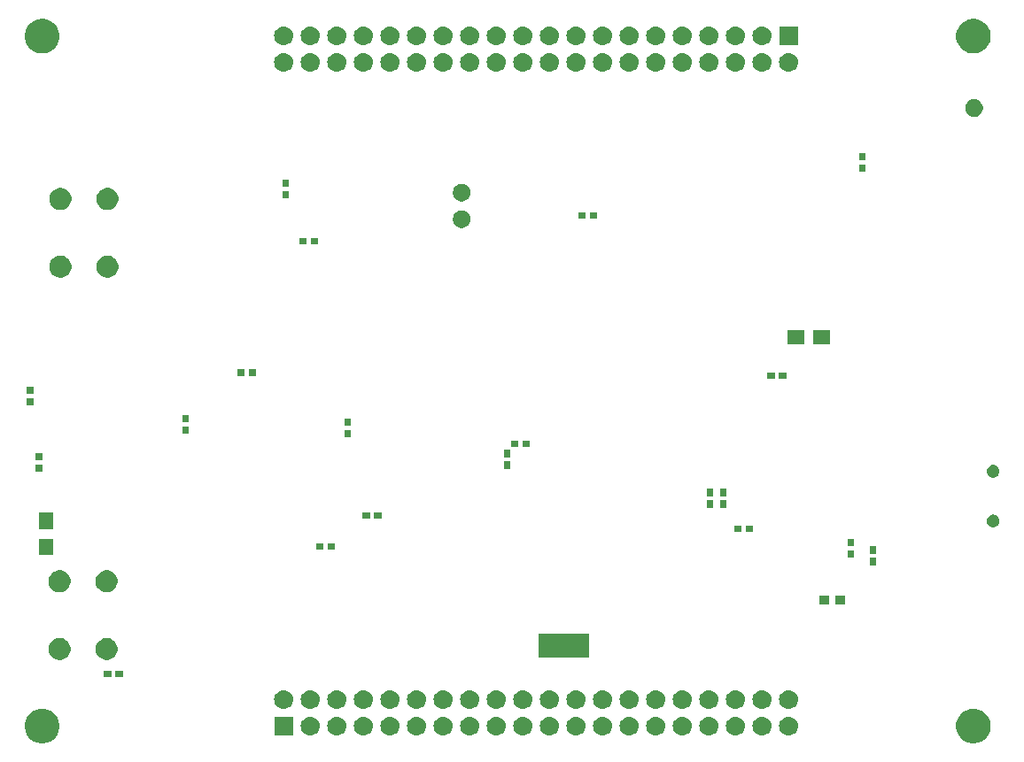
<source format=gbs>
G04 #@! TF.GenerationSoftware,KiCad,Pcbnew,(5.1.2)-1*
G04 #@! TF.CreationDate,2020-06-03T11:36:28+09:00*
G04 #@! TF.ProjectId,o2_breakout,6f325f62-7265-4616-9b6f-75742e6b6963,rev?*
G04 #@! TF.SameCoordinates,Original*
G04 #@! TF.FileFunction,Soldermask,Bot*
G04 #@! TF.FilePolarity,Negative*
%FSLAX46Y46*%
G04 Gerber Fmt 4.6, Leading zero omitted, Abs format (unit mm)*
G04 Created by KiCad (PCBNEW (5.1.2)-1) date 2020-06-03 11:36:28*
%MOMM*%
%LPD*%
G04 APERTURE LIST*
%ADD10C,0.100000*%
G04 APERTURE END LIST*
D10*
G36*
X156232860Y-120484900D02*
G01*
X151406860Y-120484900D01*
X151406860Y-118198900D01*
X156232860Y-118198900D01*
X156232860Y-120484900D01*
G37*
G36*
X193375256Y-125391298D02*
G01*
X193481579Y-125412447D01*
X193782042Y-125536903D01*
X194052451Y-125717585D01*
X194282415Y-125947549D01*
X194463097Y-126217958D01*
X194587553Y-126518421D01*
X194651000Y-126837391D01*
X194651000Y-127162609D01*
X194587553Y-127481579D01*
X194463097Y-127782042D01*
X194282415Y-128052451D01*
X194052451Y-128282415D01*
X193782042Y-128463097D01*
X193481579Y-128587553D01*
X193375256Y-128608702D01*
X193162611Y-128651000D01*
X192837389Y-128651000D01*
X192624744Y-128608702D01*
X192518421Y-128587553D01*
X192217958Y-128463097D01*
X191947549Y-128282415D01*
X191717585Y-128052451D01*
X191536903Y-127782042D01*
X191412447Y-127481579D01*
X191349000Y-127162609D01*
X191349000Y-126837391D01*
X191412447Y-126518421D01*
X191536903Y-126217958D01*
X191717585Y-125947549D01*
X191947549Y-125717585D01*
X192217958Y-125536903D01*
X192518421Y-125412447D01*
X192624744Y-125391298D01*
X192837389Y-125349000D01*
X193162611Y-125349000D01*
X193375256Y-125391298D01*
X193375256Y-125391298D01*
G37*
G36*
X104375256Y-125391298D02*
G01*
X104481579Y-125412447D01*
X104782042Y-125536903D01*
X105052451Y-125717585D01*
X105282415Y-125947549D01*
X105463097Y-126217958D01*
X105587553Y-126518421D01*
X105651000Y-126837391D01*
X105651000Y-127162609D01*
X105587553Y-127481579D01*
X105463097Y-127782042D01*
X105282415Y-128052451D01*
X105052451Y-128282415D01*
X104782042Y-128463097D01*
X104481579Y-128587553D01*
X104375256Y-128608702D01*
X104162611Y-128651000D01*
X103837389Y-128651000D01*
X103624744Y-128608702D01*
X103518421Y-128587553D01*
X103217958Y-128463097D01*
X102947549Y-128282415D01*
X102717585Y-128052451D01*
X102536903Y-127782042D01*
X102412447Y-127481579D01*
X102349000Y-127162609D01*
X102349000Y-126837391D01*
X102412447Y-126518421D01*
X102536903Y-126217958D01*
X102717585Y-125947549D01*
X102947549Y-125717585D01*
X103217958Y-125536903D01*
X103518421Y-125412447D01*
X103624744Y-125391298D01*
X103837389Y-125349000D01*
X104162611Y-125349000D01*
X104375256Y-125391298D01*
X104375256Y-125391298D01*
G37*
G36*
X127977200Y-127901000D02*
G01*
X126175200Y-127901000D01*
X126175200Y-126099000D01*
X127977200Y-126099000D01*
X127977200Y-127901000D01*
X127977200Y-127901000D01*
G37*
G36*
X155126643Y-126105519D02*
G01*
X155192827Y-126112037D01*
X155362666Y-126163557D01*
X155519191Y-126247222D01*
X155554929Y-126276552D01*
X155656386Y-126359814D01*
X155739648Y-126461271D01*
X155768978Y-126497009D01*
X155852643Y-126653534D01*
X155904163Y-126823373D01*
X155921559Y-127000000D01*
X155904163Y-127176627D01*
X155852643Y-127346466D01*
X155768978Y-127502991D01*
X155739648Y-127538729D01*
X155656386Y-127640186D01*
X155554929Y-127723448D01*
X155519191Y-127752778D01*
X155362666Y-127836443D01*
X155192827Y-127887963D01*
X155126642Y-127894482D01*
X155060460Y-127901000D01*
X154971940Y-127901000D01*
X154905758Y-127894482D01*
X154839573Y-127887963D01*
X154669734Y-127836443D01*
X154513209Y-127752778D01*
X154477471Y-127723448D01*
X154376014Y-127640186D01*
X154292752Y-127538729D01*
X154263422Y-127502991D01*
X154179757Y-127346466D01*
X154128237Y-127176627D01*
X154110841Y-127000000D01*
X154128237Y-126823373D01*
X154179757Y-126653534D01*
X154263422Y-126497009D01*
X154292752Y-126461271D01*
X154376014Y-126359814D01*
X154477471Y-126276552D01*
X154513209Y-126247222D01*
X154669734Y-126163557D01*
X154839573Y-126112037D01*
X154905757Y-126105519D01*
X154971940Y-126099000D01*
X155060460Y-126099000D01*
X155126643Y-126105519D01*
X155126643Y-126105519D01*
G37*
G36*
X132266643Y-126105519D02*
G01*
X132332827Y-126112037D01*
X132502666Y-126163557D01*
X132659191Y-126247222D01*
X132694929Y-126276552D01*
X132796386Y-126359814D01*
X132879648Y-126461271D01*
X132908978Y-126497009D01*
X132992643Y-126653534D01*
X133044163Y-126823373D01*
X133061559Y-127000000D01*
X133044163Y-127176627D01*
X132992643Y-127346466D01*
X132908978Y-127502991D01*
X132879648Y-127538729D01*
X132796386Y-127640186D01*
X132694929Y-127723448D01*
X132659191Y-127752778D01*
X132502666Y-127836443D01*
X132332827Y-127887963D01*
X132266642Y-127894482D01*
X132200460Y-127901000D01*
X132111940Y-127901000D01*
X132045758Y-127894482D01*
X131979573Y-127887963D01*
X131809734Y-127836443D01*
X131653209Y-127752778D01*
X131617471Y-127723448D01*
X131516014Y-127640186D01*
X131432752Y-127538729D01*
X131403422Y-127502991D01*
X131319757Y-127346466D01*
X131268237Y-127176627D01*
X131250841Y-127000000D01*
X131268237Y-126823373D01*
X131319757Y-126653534D01*
X131403422Y-126497009D01*
X131432752Y-126461271D01*
X131516014Y-126359814D01*
X131617471Y-126276552D01*
X131653209Y-126247222D01*
X131809734Y-126163557D01*
X131979573Y-126112037D01*
X132045757Y-126105519D01*
X132111940Y-126099000D01*
X132200460Y-126099000D01*
X132266643Y-126105519D01*
X132266643Y-126105519D01*
G37*
G36*
X134806643Y-126105519D02*
G01*
X134872827Y-126112037D01*
X135042666Y-126163557D01*
X135199191Y-126247222D01*
X135234929Y-126276552D01*
X135336386Y-126359814D01*
X135419648Y-126461271D01*
X135448978Y-126497009D01*
X135532643Y-126653534D01*
X135584163Y-126823373D01*
X135601559Y-127000000D01*
X135584163Y-127176627D01*
X135532643Y-127346466D01*
X135448978Y-127502991D01*
X135419648Y-127538729D01*
X135336386Y-127640186D01*
X135234929Y-127723448D01*
X135199191Y-127752778D01*
X135042666Y-127836443D01*
X134872827Y-127887963D01*
X134806642Y-127894482D01*
X134740460Y-127901000D01*
X134651940Y-127901000D01*
X134585758Y-127894482D01*
X134519573Y-127887963D01*
X134349734Y-127836443D01*
X134193209Y-127752778D01*
X134157471Y-127723448D01*
X134056014Y-127640186D01*
X133972752Y-127538729D01*
X133943422Y-127502991D01*
X133859757Y-127346466D01*
X133808237Y-127176627D01*
X133790841Y-127000000D01*
X133808237Y-126823373D01*
X133859757Y-126653534D01*
X133943422Y-126497009D01*
X133972752Y-126461271D01*
X134056014Y-126359814D01*
X134157471Y-126276552D01*
X134193209Y-126247222D01*
X134349734Y-126163557D01*
X134519573Y-126112037D01*
X134585757Y-126105519D01*
X134651940Y-126099000D01*
X134740460Y-126099000D01*
X134806643Y-126105519D01*
X134806643Y-126105519D01*
G37*
G36*
X137346643Y-126105519D02*
G01*
X137412827Y-126112037D01*
X137582666Y-126163557D01*
X137739191Y-126247222D01*
X137774929Y-126276552D01*
X137876386Y-126359814D01*
X137959648Y-126461271D01*
X137988978Y-126497009D01*
X138072643Y-126653534D01*
X138124163Y-126823373D01*
X138141559Y-127000000D01*
X138124163Y-127176627D01*
X138072643Y-127346466D01*
X137988978Y-127502991D01*
X137959648Y-127538729D01*
X137876386Y-127640186D01*
X137774929Y-127723448D01*
X137739191Y-127752778D01*
X137582666Y-127836443D01*
X137412827Y-127887963D01*
X137346642Y-127894482D01*
X137280460Y-127901000D01*
X137191940Y-127901000D01*
X137125758Y-127894482D01*
X137059573Y-127887963D01*
X136889734Y-127836443D01*
X136733209Y-127752778D01*
X136697471Y-127723448D01*
X136596014Y-127640186D01*
X136512752Y-127538729D01*
X136483422Y-127502991D01*
X136399757Y-127346466D01*
X136348237Y-127176627D01*
X136330841Y-127000000D01*
X136348237Y-126823373D01*
X136399757Y-126653534D01*
X136483422Y-126497009D01*
X136512752Y-126461271D01*
X136596014Y-126359814D01*
X136697471Y-126276552D01*
X136733209Y-126247222D01*
X136889734Y-126163557D01*
X137059573Y-126112037D01*
X137125757Y-126105519D01*
X137191940Y-126099000D01*
X137280460Y-126099000D01*
X137346643Y-126105519D01*
X137346643Y-126105519D01*
G37*
G36*
X139886643Y-126105519D02*
G01*
X139952827Y-126112037D01*
X140122666Y-126163557D01*
X140279191Y-126247222D01*
X140314929Y-126276552D01*
X140416386Y-126359814D01*
X140499648Y-126461271D01*
X140528978Y-126497009D01*
X140612643Y-126653534D01*
X140664163Y-126823373D01*
X140681559Y-127000000D01*
X140664163Y-127176627D01*
X140612643Y-127346466D01*
X140528978Y-127502991D01*
X140499648Y-127538729D01*
X140416386Y-127640186D01*
X140314929Y-127723448D01*
X140279191Y-127752778D01*
X140122666Y-127836443D01*
X139952827Y-127887963D01*
X139886642Y-127894482D01*
X139820460Y-127901000D01*
X139731940Y-127901000D01*
X139665758Y-127894482D01*
X139599573Y-127887963D01*
X139429734Y-127836443D01*
X139273209Y-127752778D01*
X139237471Y-127723448D01*
X139136014Y-127640186D01*
X139052752Y-127538729D01*
X139023422Y-127502991D01*
X138939757Y-127346466D01*
X138888237Y-127176627D01*
X138870841Y-127000000D01*
X138888237Y-126823373D01*
X138939757Y-126653534D01*
X139023422Y-126497009D01*
X139052752Y-126461271D01*
X139136014Y-126359814D01*
X139237471Y-126276552D01*
X139273209Y-126247222D01*
X139429734Y-126163557D01*
X139599573Y-126112037D01*
X139665757Y-126105519D01*
X139731940Y-126099000D01*
X139820460Y-126099000D01*
X139886643Y-126105519D01*
X139886643Y-126105519D01*
G37*
G36*
X142426643Y-126105519D02*
G01*
X142492827Y-126112037D01*
X142662666Y-126163557D01*
X142819191Y-126247222D01*
X142854929Y-126276552D01*
X142956386Y-126359814D01*
X143039648Y-126461271D01*
X143068978Y-126497009D01*
X143152643Y-126653534D01*
X143204163Y-126823373D01*
X143221559Y-127000000D01*
X143204163Y-127176627D01*
X143152643Y-127346466D01*
X143068978Y-127502991D01*
X143039648Y-127538729D01*
X142956386Y-127640186D01*
X142854929Y-127723448D01*
X142819191Y-127752778D01*
X142662666Y-127836443D01*
X142492827Y-127887963D01*
X142426642Y-127894482D01*
X142360460Y-127901000D01*
X142271940Y-127901000D01*
X142205758Y-127894482D01*
X142139573Y-127887963D01*
X141969734Y-127836443D01*
X141813209Y-127752778D01*
X141777471Y-127723448D01*
X141676014Y-127640186D01*
X141592752Y-127538729D01*
X141563422Y-127502991D01*
X141479757Y-127346466D01*
X141428237Y-127176627D01*
X141410841Y-127000000D01*
X141428237Y-126823373D01*
X141479757Y-126653534D01*
X141563422Y-126497009D01*
X141592752Y-126461271D01*
X141676014Y-126359814D01*
X141777471Y-126276552D01*
X141813209Y-126247222D01*
X141969734Y-126163557D01*
X142139573Y-126112037D01*
X142205757Y-126105519D01*
X142271940Y-126099000D01*
X142360460Y-126099000D01*
X142426643Y-126105519D01*
X142426643Y-126105519D01*
G37*
G36*
X144966643Y-126105519D02*
G01*
X145032827Y-126112037D01*
X145202666Y-126163557D01*
X145359191Y-126247222D01*
X145394929Y-126276552D01*
X145496386Y-126359814D01*
X145579648Y-126461271D01*
X145608978Y-126497009D01*
X145692643Y-126653534D01*
X145744163Y-126823373D01*
X145761559Y-127000000D01*
X145744163Y-127176627D01*
X145692643Y-127346466D01*
X145608978Y-127502991D01*
X145579648Y-127538729D01*
X145496386Y-127640186D01*
X145394929Y-127723448D01*
X145359191Y-127752778D01*
X145202666Y-127836443D01*
X145032827Y-127887963D01*
X144966642Y-127894482D01*
X144900460Y-127901000D01*
X144811940Y-127901000D01*
X144745758Y-127894482D01*
X144679573Y-127887963D01*
X144509734Y-127836443D01*
X144353209Y-127752778D01*
X144317471Y-127723448D01*
X144216014Y-127640186D01*
X144132752Y-127538729D01*
X144103422Y-127502991D01*
X144019757Y-127346466D01*
X143968237Y-127176627D01*
X143950841Y-127000000D01*
X143968237Y-126823373D01*
X144019757Y-126653534D01*
X144103422Y-126497009D01*
X144132752Y-126461271D01*
X144216014Y-126359814D01*
X144317471Y-126276552D01*
X144353209Y-126247222D01*
X144509734Y-126163557D01*
X144679573Y-126112037D01*
X144745757Y-126105519D01*
X144811940Y-126099000D01*
X144900460Y-126099000D01*
X144966643Y-126105519D01*
X144966643Y-126105519D01*
G37*
G36*
X147506643Y-126105519D02*
G01*
X147572827Y-126112037D01*
X147742666Y-126163557D01*
X147899191Y-126247222D01*
X147934929Y-126276552D01*
X148036386Y-126359814D01*
X148119648Y-126461271D01*
X148148978Y-126497009D01*
X148232643Y-126653534D01*
X148284163Y-126823373D01*
X148301559Y-127000000D01*
X148284163Y-127176627D01*
X148232643Y-127346466D01*
X148148978Y-127502991D01*
X148119648Y-127538729D01*
X148036386Y-127640186D01*
X147934929Y-127723448D01*
X147899191Y-127752778D01*
X147742666Y-127836443D01*
X147572827Y-127887963D01*
X147506642Y-127894482D01*
X147440460Y-127901000D01*
X147351940Y-127901000D01*
X147285758Y-127894482D01*
X147219573Y-127887963D01*
X147049734Y-127836443D01*
X146893209Y-127752778D01*
X146857471Y-127723448D01*
X146756014Y-127640186D01*
X146672752Y-127538729D01*
X146643422Y-127502991D01*
X146559757Y-127346466D01*
X146508237Y-127176627D01*
X146490841Y-127000000D01*
X146508237Y-126823373D01*
X146559757Y-126653534D01*
X146643422Y-126497009D01*
X146672752Y-126461271D01*
X146756014Y-126359814D01*
X146857471Y-126276552D01*
X146893209Y-126247222D01*
X147049734Y-126163557D01*
X147219573Y-126112037D01*
X147285757Y-126105519D01*
X147351940Y-126099000D01*
X147440460Y-126099000D01*
X147506643Y-126105519D01*
X147506643Y-126105519D01*
G37*
G36*
X150046643Y-126105519D02*
G01*
X150112827Y-126112037D01*
X150282666Y-126163557D01*
X150439191Y-126247222D01*
X150474929Y-126276552D01*
X150576386Y-126359814D01*
X150659648Y-126461271D01*
X150688978Y-126497009D01*
X150772643Y-126653534D01*
X150824163Y-126823373D01*
X150841559Y-127000000D01*
X150824163Y-127176627D01*
X150772643Y-127346466D01*
X150688978Y-127502991D01*
X150659648Y-127538729D01*
X150576386Y-127640186D01*
X150474929Y-127723448D01*
X150439191Y-127752778D01*
X150282666Y-127836443D01*
X150112827Y-127887963D01*
X150046642Y-127894482D01*
X149980460Y-127901000D01*
X149891940Y-127901000D01*
X149825758Y-127894482D01*
X149759573Y-127887963D01*
X149589734Y-127836443D01*
X149433209Y-127752778D01*
X149397471Y-127723448D01*
X149296014Y-127640186D01*
X149212752Y-127538729D01*
X149183422Y-127502991D01*
X149099757Y-127346466D01*
X149048237Y-127176627D01*
X149030841Y-127000000D01*
X149048237Y-126823373D01*
X149099757Y-126653534D01*
X149183422Y-126497009D01*
X149212752Y-126461271D01*
X149296014Y-126359814D01*
X149397471Y-126276552D01*
X149433209Y-126247222D01*
X149589734Y-126163557D01*
X149759573Y-126112037D01*
X149825757Y-126105519D01*
X149891940Y-126099000D01*
X149980460Y-126099000D01*
X150046643Y-126105519D01*
X150046643Y-126105519D01*
G37*
G36*
X152586643Y-126105519D02*
G01*
X152652827Y-126112037D01*
X152822666Y-126163557D01*
X152979191Y-126247222D01*
X153014929Y-126276552D01*
X153116386Y-126359814D01*
X153199648Y-126461271D01*
X153228978Y-126497009D01*
X153312643Y-126653534D01*
X153364163Y-126823373D01*
X153381559Y-127000000D01*
X153364163Y-127176627D01*
X153312643Y-127346466D01*
X153228978Y-127502991D01*
X153199648Y-127538729D01*
X153116386Y-127640186D01*
X153014929Y-127723448D01*
X152979191Y-127752778D01*
X152822666Y-127836443D01*
X152652827Y-127887963D01*
X152586642Y-127894482D01*
X152520460Y-127901000D01*
X152431940Y-127901000D01*
X152365758Y-127894482D01*
X152299573Y-127887963D01*
X152129734Y-127836443D01*
X151973209Y-127752778D01*
X151937471Y-127723448D01*
X151836014Y-127640186D01*
X151752752Y-127538729D01*
X151723422Y-127502991D01*
X151639757Y-127346466D01*
X151588237Y-127176627D01*
X151570841Y-127000000D01*
X151588237Y-126823373D01*
X151639757Y-126653534D01*
X151723422Y-126497009D01*
X151752752Y-126461271D01*
X151836014Y-126359814D01*
X151937471Y-126276552D01*
X151973209Y-126247222D01*
X152129734Y-126163557D01*
X152299573Y-126112037D01*
X152365757Y-126105519D01*
X152431940Y-126099000D01*
X152520460Y-126099000D01*
X152586643Y-126105519D01*
X152586643Y-126105519D01*
G37*
G36*
X157666643Y-126105519D02*
G01*
X157732827Y-126112037D01*
X157902666Y-126163557D01*
X158059191Y-126247222D01*
X158094929Y-126276552D01*
X158196386Y-126359814D01*
X158279648Y-126461271D01*
X158308978Y-126497009D01*
X158392643Y-126653534D01*
X158444163Y-126823373D01*
X158461559Y-127000000D01*
X158444163Y-127176627D01*
X158392643Y-127346466D01*
X158308978Y-127502991D01*
X158279648Y-127538729D01*
X158196386Y-127640186D01*
X158094929Y-127723448D01*
X158059191Y-127752778D01*
X157902666Y-127836443D01*
X157732827Y-127887963D01*
X157666642Y-127894482D01*
X157600460Y-127901000D01*
X157511940Y-127901000D01*
X157445758Y-127894482D01*
X157379573Y-127887963D01*
X157209734Y-127836443D01*
X157053209Y-127752778D01*
X157017471Y-127723448D01*
X156916014Y-127640186D01*
X156832752Y-127538729D01*
X156803422Y-127502991D01*
X156719757Y-127346466D01*
X156668237Y-127176627D01*
X156650841Y-127000000D01*
X156668237Y-126823373D01*
X156719757Y-126653534D01*
X156803422Y-126497009D01*
X156832752Y-126461271D01*
X156916014Y-126359814D01*
X157017471Y-126276552D01*
X157053209Y-126247222D01*
X157209734Y-126163557D01*
X157379573Y-126112037D01*
X157445757Y-126105519D01*
X157511940Y-126099000D01*
X157600460Y-126099000D01*
X157666643Y-126105519D01*
X157666643Y-126105519D01*
G37*
G36*
X160206643Y-126105519D02*
G01*
X160272827Y-126112037D01*
X160442666Y-126163557D01*
X160599191Y-126247222D01*
X160634929Y-126276552D01*
X160736386Y-126359814D01*
X160819648Y-126461271D01*
X160848978Y-126497009D01*
X160932643Y-126653534D01*
X160984163Y-126823373D01*
X161001559Y-127000000D01*
X160984163Y-127176627D01*
X160932643Y-127346466D01*
X160848978Y-127502991D01*
X160819648Y-127538729D01*
X160736386Y-127640186D01*
X160634929Y-127723448D01*
X160599191Y-127752778D01*
X160442666Y-127836443D01*
X160272827Y-127887963D01*
X160206642Y-127894482D01*
X160140460Y-127901000D01*
X160051940Y-127901000D01*
X159985758Y-127894482D01*
X159919573Y-127887963D01*
X159749734Y-127836443D01*
X159593209Y-127752778D01*
X159557471Y-127723448D01*
X159456014Y-127640186D01*
X159372752Y-127538729D01*
X159343422Y-127502991D01*
X159259757Y-127346466D01*
X159208237Y-127176627D01*
X159190841Y-127000000D01*
X159208237Y-126823373D01*
X159259757Y-126653534D01*
X159343422Y-126497009D01*
X159372752Y-126461271D01*
X159456014Y-126359814D01*
X159557471Y-126276552D01*
X159593209Y-126247222D01*
X159749734Y-126163557D01*
X159919573Y-126112037D01*
X159985757Y-126105519D01*
X160051940Y-126099000D01*
X160140460Y-126099000D01*
X160206643Y-126105519D01*
X160206643Y-126105519D01*
G37*
G36*
X162746643Y-126105519D02*
G01*
X162812827Y-126112037D01*
X162982666Y-126163557D01*
X163139191Y-126247222D01*
X163174929Y-126276552D01*
X163276386Y-126359814D01*
X163359648Y-126461271D01*
X163388978Y-126497009D01*
X163472643Y-126653534D01*
X163524163Y-126823373D01*
X163541559Y-127000000D01*
X163524163Y-127176627D01*
X163472643Y-127346466D01*
X163388978Y-127502991D01*
X163359648Y-127538729D01*
X163276386Y-127640186D01*
X163174929Y-127723448D01*
X163139191Y-127752778D01*
X162982666Y-127836443D01*
X162812827Y-127887963D01*
X162746642Y-127894482D01*
X162680460Y-127901000D01*
X162591940Y-127901000D01*
X162525758Y-127894482D01*
X162459573Y-127887963D01*
X162289734Y-127836443D01*
X162133209Y-127752778D01*
X162097471Y-127723448D01*
X161996014Y-127640186D01*
X161912752Y-127538729D01*
X161883422Y-127502991D01*
X161799757Y-127346466D01*
X161748237Y-127176627D01*
X161730841Y-127000000D01*
X161748237Y-126823373D01*
X161799757Y-126653534D01*
X161883422Y-126497009D01*
X161912752Y-126461271D01*
X161996014Y-126359814D01*
X162097471Y-126276552D01*
X162133209Y-126247222D01*
X162289734Y-126163557D01*
X162459573Y-126112037D01*
X162525757Y-126105519D01*
X162591940Y-126099000D01*
X162680460Y-126099000D01*
X162746643Y-126105519D01*
X162746643Y-126105519D01*
G37*
G36*
X165286643Y-126105519D02*
G01*
X165352827Y-126112037D01*
X165522666Y-126163557D01*
X165679191Y-126247222D01*
X165714929Y-126276552D01*
X165816386Y-126359814D01*
X165899648Y-126461271D01*
X165928978Y-126497009D01*
X166012643Y-126653534D01*
X166064163Y-126823373D01*
X166081559Y-127000000D01*
X166064163Y-127176627D01*
X166012643Y-127346466D01*
X165928978Y-127502991D01*
X165899648Y-127538729D01*
X165816386Y-127640186D01*
X165714929Y-127723448D01*
X165679191Y-127752778D01*
X165522666Y-127836443D01*
X165352827Y-127887963D01*
X165286642Y-127894482D01*
X165220460Y-127901000D01*
X165131940Y-127901000D01*
X165065758Y-127894482D01*
X164999573Y-127887963D01*
X164829734Y-127836443D01*
X164673209Y-127752778D01*
X164637471Y-127723448D01*
X164536014Y-127640186D01*
X164452752Y-127538729D01*
X164423422Y-127502991D01*
X164339757Y-127346466D01*
X164288237Y-127176627D01*
X164270841Y-127000000D01*
X164288237Y-126823373D01*
X164339757Y-126653534D01*
X164423422Y-126497009D01*
X164452752Y-126461271D01*
X164536014Y-126359814D01*
X164637471Y-126276552D01*
X164673209Y-126247222D01*
X164829734Y-126163557D01*
X164999573Y-126112037D01*
X165065757Y-126105519D01*
X165131940Y-126099000D01*
X165220460Y-126099000D01*
X165286643Y-126105519D01*
X165286643Y-126105519D01*
G37*
G36*
X167826643Y-126105519D02*
G01*
X167892827Y-126112037D01*
X168062666Y-126163557D01*
X168219191Y-126247222D01*
X168254929Y-126276552D01*
X168356386Y-126359814D01*
X168439648Y-126461271D01*
X168468978Y-126497009D01*
X168552643Y-126653534D01*
X168604163Y-126823373D01*
X168621559Y-127000000D01*
X168604163Y-127176627D01*
X168552643Y-127346466D01*
X168468978Y-127502991D01*
X168439648Y-127538729D01*
X168356386Y-127640186D01*
X168254929Y-127723448D01*
X168219191Y-127752778D01*
X168062666Y-127836443D01*
X167892827Y-127887963D01*
X167826642Y-127894482D01*
X167760460Y-127901000D01*
X167671940Y-127901000D01*
X167605758Y-127894482D01*
X167539573Y-127887963D01*
X167369734Y-127836443D01*
X167213209Y-127752778D01*
X167177471Y-127723448D01*
X167076014Y-127640186D01*
X166992752Y-127538729D01*
X166963422Y-127502991D01*
X166879757Y-127346466D01*
X166828237Y-127176627D01*
X166810841Y-127000000D01*
X166828237Y-126823373D01*
X166879757Y-126653534D01*
X166963422Y-126497009D01*
X166992752Y-126461271D01*
X167076014Y-126359814D01*
X167177471Y-126276552D01*
X167213209Y-126247222D01*
X167369734Y-126163557D01*
X167539573Y-126112037D01*
X167605757Y-126105519D01*
X167671940Y-126099000D01*
X167760460Y-126099000D01*
X167826643Y-126105519D01*
X167826643Y-126105519D01*
G37*
G36*
X170366643Y-126105519D02*
G01*
X170432827Y-126112037D01*
X170602666Y-126163557D01*
X170759191Y-126247222D01*
X170794929Y-126276552D01*
X170896386Y-126359814D01*
X170979648Y-126461271D01*
X171008978Y-126497009D01*
X171092643Y-126653534D01*
X171144163Y-126823373D01*
X171161559Y-127000000D01*
X171144163Y-127176627D01*
X171092643Y-127346466D01*
X171008978Y-127502991D01*
X170979648Y-127538729D01*
X170896386Y-127640186D01*
X170794929Y-127723448D01*
X170759191Y-127752778D01*
X170602666Y-127836443D01*
X170432827Y-127887963D01*
X170366642Y-127894482D01*
X170300460Y-127901000D01*
X170211940Y-127901000D01*
X170145758Y-127894482D01*
X170079573Y-127887963D01*
X169909734Y-127836443D01*
X169753209Y-127752778D01*
X169717471Y-127723448D01*
X169616014Y-127640186D01*
X169532752Y-127538729D01*
X169503422Y-127502991D01*
X169419757Y-127346466D01*
X169368237Y-127176627D01*
X169350841Y-127000000D01*
X169368237Y-126823373D01*
X169419757Y-126653534D01*
X169503422Y-126497009D01*
X169532752Y-126461271D01*
X169616014Y-126359814D01*
X169717471Y-126276552D01*
X169753209Y-126247222D01*
X169909734Y-126163557D01*
X170079573Y-126112037D01*
X170145757Y-126105519D01*
X170211940Y-126099000D01*
X170300460Y-126099000D01*
X170366643Y-126105519D01*
X170366643Y-126105519D01*
G37*
G36*
X172906643Y-126105519D02*
G01*
X172972827Y-126112037D01*
X173142666Y-126163557D01*
X173299191Y-126247222D01*
X173334929Y-126276552D01*
X173436386Y-126359814D01*
X173519648Y-126461271D01*
X173548978Y-126497009D01*
X173632643Y-126653534D01*
X173684163Y-126823373D01*
X173701559Y-127000000D01*
X173684163Y-127176627D01*
X173632643Y-127346466D01*
X173548978Y-127502991D01*
X173519648Y-127538729D01*
X173436386Y-127640186D01*
X173334929Y-127723448D01*
X173299191Y-127752778D01*
X173142666Y-127836443D01*
X172972827Y-127887963D01*
X172906642Y-127894482D01*
X172840460Y-127901000D01*
X172751940Y-127901000D01*
X172685758Y-127894482D01*
X172619573Y-127887963D01*
X172449734Y-127836443D01*
X172293209Y-127752778D01*
X172257471Y-127723448D01*
X172156014Y-127640186D01*
X172072752Y-127538729D01*
X172043422Y-127502991D01*
X171959757Y-127346466D01*
X171908237Y-127176627D01*
X171890841Y-127000000D01*
X171908237Y-126823373D01*
X171959757Y-126653534D01*
X172043422Y-126497009D01*
X172072752Y-126461271D01*
X172156014Y-126359814D01*
X172257471Y-126276552D01*
X172293209Y-126247222D01*
X172449734Y-126163557D01*
X172619573Y-126112037D01*
X172685757Y-126105519D01*
X172751940Y-126099000D01*
X172840460Y-126099000D01*
X172906643Y-126105519D01*
X172906643Y-126105519D01*
G37*
G36*
X175446643Y-126105519D02*
G01*
X175512827Y-126112037D01*
X175682666Y-126163557D01*
X175839191Y-126247222D01*
X175874929Y-126276552D01*
X175976386Y-126359814D01*
X176059648Y-126461271D01*
X176088978Y-126497009D01*
X176172643Y-126653534D01*
X176224163Y-126823373D01*
X176241559Y-127000000D01*
X176224163Y-127176627D01*
X176172643Y-127346466D01*
X176088978Y-127502991D01*
X176059648Y-127538729D01*
X175976386Y-127640186D01*
X175874929Y-127723448D01*
X175839191Y-127752778D01*
X175682666Y-127836443D01*
X175512827Y-127887963D01*
X175446642Y-127894482D01*
X175380460Y-127901000D01*
X175291940Y-127901000D01*
X175225758Y-127894482D01*
X175159573Y-127887963D01*
X174989734Y-127836443D01*
X174833209Y-127752778D01*
X174797471Y-127723448D01*
X174696014Y-127640186D01*
X174612752Y-127538729D01*
X174583422Y-127502991D01*
X174499757Y-127346466D01*
X174448237Y-127176627D01*
X174430841Y-127000000D01*
X174448237Y-126823373D01*
X174499757Y-126653534D01*
X174583422Y-126497009D01*
X174612752Y-126461271D01*
X174696014Y-126359814D01*
X174797471Y-126276552D01*
X174833209Y-126247222D01*
X174989734Y-126163557D01*
X175159573Y-126112037D01*
X175225757Y-126105519D01*
X175291940Y-126099000D01*
X175380460Y-126099000D01*
X175446643Y-126105519D01*
X175446643Y-126105519D01*
G37*
G36*
X129726643Y-126105519D02*
G01*
X129792827Y-126112037D01*
X129962666Y-126163557D01*
X130119191Y-126247222D01*
X130154929Y-126276552D01*
X130256386Y-126359814D01*
X130339648Y-126461271D01*
X130368978Y-126497009D01*
X130452643Y-126653534D01*
X130504163Y-126823373D01*
X130521559Y-127000000D01*
X130504163Y-127176627D01*
X130452643Y-127346466D01*
X130368978Y-127502991D01*
X130339648Y-127538729D01*
X130256386Y-127640186D01*
X130154929Y-127723448D01*
X130119191Y-127752778D01*
X129962666Y-127836443D01*
X129792827Y-127887963D01*
X129726642Y-127894482D01*
X129660460Y-127901000D01*
X129571940Y-127901000D01*
X129505758Y-127894482D01*
X129439573Y-127887963D01*
X129269734Y-127836443D01*
X129113209Y-127752778D01*
X129077471Y-127723448D01*
X128976014Y-127640186D01*
X128892752Y-127538729D01*
X128863422Y-127502991D01*
X128779757Y-127346466D01*
X128728237Y-127176627D01*
X128710841Y-127000000D01*
X128728237Y-126823373D01*
X128779757Y-126653534D01*
X128863422Y-126497009D01*
X128892752Y-126461271D01*
X128976014Y-126359814D01*
X129077471Y-126276552D01*
X129113209Y-126247222D01*
X129269734Y-126163557D01*
X129439573Y-126112037D01*
X129505757Y-126105519D01*
X129571940Y-126099000D01*
X129660460Y-126099000D01*
X129726643Y-126105519D01*
X129726643Y-126105519D01*
G37*
G36*
X160206642Y-123565518D02*
G01*
X160272827Y-123572037D01*
X160442666Y-123623557D01*
X160599191Y-123707222D01*
X160634929Y-123736552D01*
X160736386Y-123819814D01*
X160819648Y-123921271D01*
X160848978Y-123957009D01*
X160932643Y-124113534D01*
X160984163Y-124283373D01*
X161001559Y-124460000D01*
X160984163Y-124636627D01*
X160932643Y-124806466D01*
X160848978Y-124962991D01*
X160819648Y-124998729D01*
X160736386Y-125100186D01*
X160634929Y-125183448D01*
X160599191Y-125212778D01*
X160442666Y-125296443D01*
X160272827Y-125347963D01*
X160206642Y-125354482D01*
X160140460Y-125361000D01*
X160051940Y-125361000D01*
X159985758Y-125354482D01*
X159919573Y-125347963D01*
X159749734Y-125296443D01*
X159593209Y-125212778D01*
X159557471Y-125183448D01*
X159456014Y-125100186D01*
X159372752Y-124998729D01*
X159343422Y-124962991D01*
X159259757Y-124806466D01*
X159208237Y-124636627D01*
X159190841Y-124460000D01*
X159208237Y-124283373D01*
X159259757Y-124113534D01*
X159343422Y-123957009D01*
X159372752Y-123921271D01*
X159456014Y-123819814D01*
X159557471Y-123736552D01*
X159593209Y-123707222D01*
X159749734Y-123623557D01*
X159919573Y-123572037D01*
X159985758Y-123565518D01*
X160051940Y-123559000D01*
X160140460Y-123559000D01*
X160206642Y-123565518D01*
X160206642Y-123565518D01*
G37*
G36*
X157666642Y-123565518D02*
G01*
X157732827Y-123572037D01*
X157902666Y-123623557D01*
X158059191Y-123707222D01*
X158094929Y-123736552D01*
X158196386Y-123819814D01*
X158279648Y-123921271D01*
X158308978Y-123957009D01*
X158392643Y-124113534D01*
X158444163Y-124283373D01*
X158461559Y-124460000D01*
X158444163Y-124636627D01*
X158392643Y-124806466D01*
X158308978Y-124962991D01*
X158279648Y-124998729D01*
X158196386Y-125100186D01*
X158094929Y-125183448D01*
X158059191Y-125212778D01*
X157902666Y-125296443D01*
X157732827Y-125347963D01*
X157666642Y-125354482D01*
X157600460Y-125361000D01*
X157511940Y-125361000D01*
X157445758Y-125354482D01*
X157379573Y-125347963D01*
X157209734Y-125296443D01*
X157053209Y-125212778D01*
X157017471Y-125183448D01*
X156916014Y-125100186D01*
X156832752Y-124998729D01*
X156803422Y-124962991D01*
X156719757Y-124806466D01*
X156668237Y-124636627D01*
X156650841Y-124460000D01*
X156668237Y-124283373D01*
X156719757Y-124113534D01*
X156803422Y-123957009D01*
X156832752Y-123921271D01*
X156916014Y-123819814D01*
X157017471Y-123736552D01*
X157053209Y-123707222D01*
X157209734Y-123623557D01*
X157379573Y-123572037D01*
X157445758Y-123565518D01*
X157511940Y-123559000D01*
X157600460Y-123559000D01*
X157666642Y-123565518D01*
X157666642Y-123565518D01*
G37*
G36*
X134806642Y-123565518D02*
G01*
X134872827Y-123572037D01*
X135042666Y-123623557D01*
X135199191Y-123707222D01*
X135234929Y-123736552D01*
X135336386Y-123819814D01*
X135419648Y-123921271D01*
X135448978Y-123957009D01*
X135532643Y-124113534D01*
X135584163Y-124283373D01*
X135601559Y-124460000D01*
X135584163Y-124636627D01*
X135532643Y-124806466D01*
X135448978Y-124962991D01*
X135419648Y-124998729D01*
X135336386Y-125100186D01*
X135234929Y-125183448D01*
X135199191Y-125212778D01*
X135042666Y-125296443D01*
X134872827Y-125347963D01*
X134806642Y-125354482D01*
X134740460Y-125361000D01*
X134651940Y-125361000D01*
X134585758Y-125354482D01*
X134519573Y-125347963D01*
X134349734Y-125296443D01*
X134193209Y-125212778D01*
X134157471Y-125183448D01*
X134056014Y-125100186D01*
X133972752Y-124998729D01*
X133943422Y-124962991D01*
X133859757Y-124806466D01*
X133808237Y-124636627D01*
X133790841Y-124460000D01*
X133808237Y-124283373D01*
X133859757Y-124113534D01*
X133943422Y-123957009D01*
X133972752Y-123921271D01*
X134056014Y-123819814D01*
X134157471Y-123736552D01*
X134193209Y-123707222D01*
X134349734Y-123623557D01*
X134519573Y-123572037D01*
X134585758Y-123565518D01*
X134651940Y-123559000D01*
X134740460Y-123559000D01*
X134806642Y-123565518D01*
X134806642Y-123565518D01*
G37*
G36*
X155126642Y-123565518D02*
G01*
X155192827Y-123572037D01*
X155362666Y-123623557D01*
X155519191Y-123707222D01*
X155554929Y-123736552D01*
X155656386Y-123819814D01*
X155739648Y-123921271D01*
X155768978Y-123957009D01*
X155852643Y-124113534D01*
X155904163Y-124283373D01*
X155921559Y-124460000D01*
X155904163Y-124636627D01*
X155852643Y-124806466D01*
X155768978Y-124962991D01*
X155739648Y-124998729D01*
X155656386Y-125100186D01*
X155554929Y-125183448D01*
X155519191Y-125212778D01*
X155362666Y-125296443D01*
X155192827Y-125347963D01*
X155126642Y-125354482D01*
X155060460Y-125361000D01*
X154971940Y-125361000D01*
X154905758Y-125354482D01*
X154839573Y-125347963D01*
X154669734Y-125296443D01*
X154513209Y-125212778D01*
X154477471Y-125183448D01*
X154376014Y-125100186D01*
X154292752Y-124998729D01*
X154263422Y-124962991D01*
X154179757Y-124806466D01*
X154128237Y-124636627D01*
X154110841Y-124460000D01*
X154128237Y-124283373D01*
X154179757Y-124113534D01*
X154263422Y-123957009D01*
X154292752Y-123921271D01*
X154376014Y-123819814D01*
X154477471Y-123736552D01*
X154513209Y-123707222D01*
X154669734Y-123623557D01*
X154839573Y-123572037D01*
X154905758Y-123565518D01*
X154971940Y-123559000D01*
X155060460Y-123559000D01*
X155126642Y-123565518D01*
X155126642Y-123565518D01*
G37*
G36*
X152586642Y-123565518D02*
G01*
X152652827Y-123572037D01*
X152822666Y-123623557D01*
X152979191Y-123707222D01*
X153014929Y-123736552D01*
X153116386Y-123819814D01*
X153199648Y-123921271D01*
X153228978Y-123957009D01*
X153312643Y-124113534D01*
X153364163Y-124283373D01*
X153381559Y-124460000D01*
X153364163Y-124636627D01*
X153312643Y-124806466D01*
X153228978Y-124962991D01*
X153199648Y-124998729D01*
X153116386Y-125100186D01*
X153014929Y-125183448D01*
X152979191Y-125212778D01*
X152822666Y-125296443D01*
X152652827Y-125347963D01*
X152586642Y-125354482D01*
X152520460Y-125361000D01*
X152431940Y-125361000D01*
X152365758Y-125354482D01*
X152299573Y-125347963D01*
X152129734Y-125296443D01*
X151973209Y-125212778D01*
X151937471Y-125183448D01*
X151836014Y-125100186D01*
X151752752Y-124998729D01*
X151723422Y-124962991D01*
X151639757Y-124806466D01*
X151588237Y-124636627D01*
X151570841Y-124460000D01*
X151588237Y-124283373D01*
X151639757Y-124113534D01*
X151723422Y-123957009D01*
X151752752Y-123921271D01*
X151836014Y-123819814D01*
X151937471Y-123736552D01*
X151973209Y-123707222D01*
X152129734Y-123623557D01*
X152299573Y-123572037D01*
X152365758Y-123565518D01*
X152431940Y-123559000D01*
X152520460Y-123559000D01*
X152586642Y-123565518D01*
X152586642Y-123565518D01*
G37*
G36*
X137346642Y-123565518D02*
G01*
X137412827Y-123572037D01*
X137582666Y-123623557D01*
X137739191Y-123707222D01*
X137774929Y-123736552D01*
X137876386Y-123819814D01*
X137959648Y-123921271D01*
X137988978Y-123957009D01*
X138072643Y-124113534D01*
X138124163Y-124283373D01*
X138141559Y-124460000D01*
X138124163Y-124636627D01*
X138072643Y-124806466D01*
X137988978Y-124962991D01*
X137959648Y-124998729D01*
X137876386Y-125100186D01*
X137774929Y-125183448D01*
X137739191Y-125212778D01*
X137582666Y-125296443D01*
X137412827Y-125347963D01*
X137346642Y-125354482D01*
X137280460Y-125361000D01*
X137191940Y-125361000D01*
X137125758Y-125354482D01*
X137059573Y-125347963D01*
X136889734Y-125296443D01*
X136733209Y-125212778D01*
X136697471Y-125183448D01*
X136596014Y-125100186D01*
X136512752Y-124998729D01*
X136483422Y-124962991D01*
X136399757Y-124806466D01*
X136348237Y-124636627D01*
X136330841Y-124460000D01*
X136348237Y-124283373D01*
X136399757Y-124113534D01*
X136483422Y-123957009D01*
X136512752Y-123921271D01*
X136596014Y-123819814D01*
X136697471Y-123736552D01*
X136733209Y-123707222D01*
X136889734Y-123623557D01*
X137059573Y-123572037D01*
X137125758Y-123565518D01*
X137191940Y-123559000D01*
X137280460Y-123559000D01*
X137346642Y-123565518D01*
X137346642Y-123565518D01*
G37*
G36*
X150046642Y-123565518D02*
G01*
X150112827Y-123572037D01*
X150282666Y-123623557D01*
X150439191Y-123707222D01*
X150474929Y-123736552D01*
X150576386Y-123819814D01*
X150659648Y-123921271D01*
X150688978Y-123957009D01*
X150772643Y-124113534D01*
X150824163Y-124283373D01*
X150841559Y-124460000D01*
X150824163Y-124636627D01*
X150772643Y-124806466D01*
X150688978Y-124962991D01*
X150659648Y-124998729D01*
X150576386Y-125100186D01*
X150474929Y-125183448D01*
X150439191Y-125212778D01*
X150282666Y-125296443D01*
X150112827Y-125347963D01*
X150046642Y-125354482D01*
X149980460Y-125361000D01*
X149891940Y-125361000D01*
X149825758Y-125354482D01*
X149759573Y-125347963D01*
X149589734Y-125296443D01*
X149433209Y-125212778D01*
X149397471Y-125183448D01*
X149296014Y-125100186D01*
X149212752Y-124998729D01*
X149183422Y-124962991D01*
X149099757Y-124806466D01*
X149048237Y-124636627D01*
X149030841Y-124460000D01*
X149048237Y-124283373D01*
X149099757Y-124113534D01*
X149183422Y-123957009D01*
X149212752Y-123921271D01*
X149296014Y-123819814D01*
X149397471Y-123736552D01*
X149433209Y-123707222D01*
X149589734Y-123623557D01*
X149759573Y-123572037D01*
X149825758Y-123565518D01*
X149891940Y-123559000D01*
X149980460Y-123559000D01*
X150046642Y-123565518D01*
X150046642Y-123565518D01*
G37*
G36*
X147506642Y-123565518D02*
G01*
X147572827Y-123572037D01*
X147742666Y-123623557D01*
X147899191Y-123707222D01*
X147934929Y-123736552D01*
X148036386Y-123819814D01*
X148119648Y-123921271D01*
X148148978Y-123957009D01*
X148232643Y-124113534D01*
X148284163Y-124283373D01*
X148301559Y-124460000D01*
X148284163Y-124636627D01*
X148232643Y-124806466D01*
X148148978Y-124962991D01*
X148119648Y-124998729D01*
X148036386Y-125100186D01*
X147934929Y-125183448D01*
X147899191Y-125212778D01*
X147742666Y-125296443D01*
X147572827Y-125347963D01*
X147506642Y-125354482D01*
X147440460Y-125361000D01*
X147351940Y-125361000D01*
X147285758Y-125354482D01*
X147219573Y-125347963D01*
X147049734Y-125296443D01*
X146893209Y-125212778D01*
X146857471Y-125183448D01*
X146756014Y-125100186D01*
X146672752Y-124998729D01*
X146643422Y-124962991D01*
X146559757Y-124806466D01*
X146508237Y-124636627D01*
X146490841Y-124460000D01*
X146508237Y-124283373D01*
X146559757Y-124113534D01*
X146643422Y-123957009D01*
X146672752Y-123921271D01*
X146756014Y-123819814D01*
X146857471Y-123736552D01*
X146893209Y-123707222D01*
X147049734Y-123623557D01*
X147219573Y-123572037D01*
X147285758Y-123565518D01*
X147351940Y-123559000D01*
X147440460Y-123559000D01*
X147506642Y-123565518D01*
X147506642Y-123565518D01*
G37*
G36*
X139886642Y-123565518D02*
G01*
X139952827Y-123572037D01*
X140122666Y-123623557D01*
X140279191Y-123707222D01*
X140314929Y-123736552D01*
X140416386Y-123819814D01*
X140499648Y-123921271D01*
X140528978Y-123957009D01*
X140612643Y-124113534D01*
X140664163Y-124283373D01*
X140681559Y-124460000D01*
X140664163Y-124636627D01*
X140612643Y-124806466D01*
X140528978Y-124962991D01*
X140499648Y-124998729D01*
X140416386Y-125100186D01*
X140314929Y-125183448D01*
X140279191Y-125212778D01*
X140122666Y-125296443D01*
X139952827Y-125347963D01*
X139886642Y-125354482D01*
X139820460Y-125361000D01*
X139731940Y-125361000D01*
X139665758Y-125354482D01*
X139599573Y-125347963D01*
X139429734Y-125296443D01*
X139273209Y-125212778D01*
X139237471Y-125183448D01*
X139136014Y-125100186D01*
X139052752Y-124998729D01*
X139023422Y-124962991D01*
X138939757Y-124806466D01*
X138888237Y-124636627D01*
X138870841Y-124460000D01*
X138888237Y-124283373D01*
X138939757Y-124113534D01*
X139023422Y-123957009D01*
X139052752Y-123921271D01*
X139136014Y-123819814D01*
X139237471Y-123736552D01*
X139273209Y-123707222D01*
X139429734Y-123623557D01*
X139599573Y-123572037D01*
X139665758Y-123565518D01*
X139731940Y-123559000D01*
X139820460Y-123559000D01*
X139886642Y-123565518D01*
X139886642Y-123565518D01*
G37*
G36*
X144966642Y-123565518D02*
G01*
X145032827Y-123572037D01*
X145202666Y-123623557D01*
X145359191Y-123707222D01*
X145394929Y-123736552D01*
X145496386Y-123819814D01*
X145579648Y-123921271D01*
X145608978Y-123957009D01*
X145692643Y-124113534D01*
X145744163Y-124283373D01*
X145761559Y-124460000D01*
X145744163Y-124636627D01*
X145692643Y-124806466D01*
X145608978Y-124962991D01*
X145579648Y-124998729D01*
X145496386Y-125100186D01*
X145394929Y-125183448D01*
X145359191Y-125212778D01*
X145202666Y-125296443D01*
X145032827Y-125347963D01*
X144966642Y-125354482D01*
X144900460Y-125361000D01*
X144811940Y-125361000D01*
X144745758Y-125354482D01*
X144679573Y-125347963D01*
X144509734Y-125296443D01*
X144353209Y-125212778D01*
X144317471Y-125183448D01*
X144216014Y-125100186D01*
X144132752Y-124998729D01*
X144103422Y-124962991D01*
X144019757Y-124806466D01*
X143968237Y-124636627D01*
X143950841Y-124460000D01*
X143968237Y-124283373D01*
X144019757Y-124113534D01*
X144103422Y-123957009D01*
X144132752Y-123921271D01*
X144216014Y-123819814D01*
X144317471Y-123736552D01*
X144353209Y-123707222D01*
X144509734Y-123623557D01*
X144679573Y-123572037D01*
X144745758Y-123565518D01*
X144811940Y-123559000D01*
X144900460Y-123559000D01*
X144966642Y-123565518D01*
X144966642Y-123565518D01*
G37*
G36*
X162746642Y-123565518D02*
G01*
X162812827Y-123572037D01*
X162982666Y-123623557D01*
X163139191Y-123707222D01*
X163174929Y-123736552D01*
X163276386Y-123819814D01*
X163359648Y-123921271D01*
X163388978Y-123957009D01*
X163472643Y-124113534D01*
X163524163Y-124283373D01*
X163541559Y-124460000D01*
X163524163Y-124636627D01*
X163472643Y-124806466D01*
X163388978Y-124962991D01*
X163359648Y-124998729D01*
X163276386Y-125100186D01*
X163174929Y-125183448D01*
X163139191Y-125212778D01*
X162982666Y-125296443D01*
X162812827Y-125347963D01*
X162746642Y-125354482D01*
X162680460Y-125361000D01*
X162591940Y-125361000D01*
X162525758Y-125354482D01*
X162459573Y-125347963D01*
X162289734Y-125296443D01*
X162133209Y-125212778D01*
X162097471Y-125183448D01*
X161996014Y-125100186D01*
X161912752Y-124998729D01*
X161883422Y-124962991D01*
X161799757Y-124806466D01*
X161748237Y-124636627D01*
X161730841Y-124460000D01*
X161748237Y-124283373D01*
X161799757Y-124113534D01*
X161883422Y-123957009D01*
X161912752Y-123921271D01*
X161996014Y-123819814D01*
X162097471Y-123736552D01*
X162133209Y-123707222D01*
X162289734Y-123623557D01*
X162459573Y-123572037D01*
X162525758Y-123565518D01*
X162591940Y-123559000D01*
X162680460Y-123559000D01*
X162746642Y-123565518D01*
X162746642Y-123565518D01*
G37*
G36*
X132266642Y-123565518D02*
G01*
X132332827Y-123572037D01*
X132502666Y-123623557D01*
X132659191Y-123707222D01*
X132694929Y-123736552D01*
X132796386Y-123819814D01*
X132879648Y-123921271D01*
X132908978Y-123957009D01*
X132992643Y-124113534D01*
X133044163Y-124283373D01*
X133061559Y-124460000D01*
X133044163Y-124636627D01*
X132992643Y-124806466D01*
X132908978Y-124962991D01*
X132879648Y-124998729D01*
X132796386Y-125100186D01*
X132694929Y-125183448D01*
X132659191Y-125212778D01*
X132502666Y-125296443D01*
X132332827Y-125347963D01*
X132266642Y-125354482D01*
X132200460Y-125361000D01*
X132111940Y-125361000D01*
X132045758Y-125354482D01*
X131979573Y-125347963D01*
X131809734Y-125296443D01*
X131653209Y-125212778D01*
X131617471Y-125183448D01*
X131516014Y-125100186D01*
X131432752Y-124998729D01*
X131403422Y-124962991D01*
X131319757Y-124806466D01*
X131268237Y-124636627D01*
X131250841Y-124460000D01*
X131268237Y-124283373D01*
X131319757Y-124113534D01*
X131403422Y-123957009D01*
X131432752Y-123921271D01*
X131516014Y-123819814D01*
X131617471Y-123736552D01*
X131653209Y-123707222D01*
X131809734Y-123623557D01*
X131979573Y-123572037D01*
X132045758Y-123565518D01*
X132111940Y-123559000D01*
X132200460Y-123559000D01*
X132266642Y-123565518D01*
X132266642Y-123565518D01*
G37*
G36*
X167826642Y-123565518D02*
G01*
X167892827Y-123572037D01*
X168062666Y-123623557D01*
X168219191Y-123707222D01*
X168254929Y-123736552D01*
X168356386Y-123819814D01*
X168439648Y-123921271D01*
X168468978Y-123957009D01*
X168552643Y-124113534D01*
X168604163Y-124283373D01*
X168621559Y-124460000D01*
X168604163Y-124636627D01*
X168552643Y-124806466D01*
X168468978Y-124962991D01*
X168439648Y-124998729D01*
X168356386Y-125100186D01*
X168254929Y-125183448D01*
X168219191Y-125212778D01*
X168062666Y-125296443D01*
X167892827Y-125347963D01*
X167826642Y-125354482D01*
X167760460Y-125361000D01*
X167671940Y-125361000D01*
X167605758Y-125354482D01*
X167539573Y-125347963D01*
X167369734Y-125296443D01*
X167213209Y-125212778D01*
X167177471Y-125183448D01*
X167076014Y-125100186D01*
X166992752Y-124998729D01*
X166963422Y-124962991D01*
X166879757Y-124806466D01*
X166828237Y-124636627D01*
X166810841Y-124460000D01*
X166828237Y-124283373D01*
X166879757Y-124113534D01*
X166963422Y-123957009D01*
X166992752Y-123921271D01*
X167076014Y-123819814D01*
X167177471Y-123736552D01*
X167213209Y-123707222D01*
X167369734Y-123623557D01*
X167539573Y-123572037D01*
X167605758Y-123565518D01*
X167671940Y-123559000D01*
X167760460Y-123559000D01*
X167826642Y-123565518D01*
X167826642Y-123565518D01*
G37*
G36*
X172906642Y-123565518D02*
G01*
X172972827Y-123572037D01*
X173142666Y-123623557D01*
X173299191Y-123707222D01*
X173334929Y-123736552D01*
X173436386Y-123819814D01*
X173519648Y-123921271D01*
X173548978Y-123957009D01*
X173632643Y-124113534D01*
X173684163Y-124283373D01*
X173701559Y-124460000D01*
X173684163Y-124636627D01*
X173632643Y-124806466D01*
X173548978Y-124962991D01*
X173519648Y-124998729D01*
X173436386Y-125100186D01*
X173334929Y-125183448D01*
X173299191Y-125212778D01*
X173142666Y-125296443D01*
X172972827Y-125347963D01*
X172906642Y-125354482D01*
X172840460Y-125361000D01*
X172751940Y-125361000D01*
X172685758Y-125354482D01*
X172619573Y-125347963D01*
X172449734Y-125296443D01*
X172293209Y-125212778D01*
X172257471Y-125183448D01*
X172156014Y-125100186D01*
X172072752Y-124998729D01*
X172043422Y-124962991D01*
X171959757Y-124806466D01*
X171908237Y-124636627D01*
X171890841Y-124460000D01*
X171908237Y-124283373D01*
X171959757Y-124113534D01*
X172043422Y-123957009D01*
X172072752Y-123921271D01*
X172156014Y-123819814D01*
X172257471Y-123736552D01*
X172293209Y-123707222D01*
X172449734Y-123623557D01*
X172619573Y-123572037D01*
X172685758Y-123565518D01*
X172751940Y-123559000D01*
X172840460Y-123559000D01*
X172906642Y-123565518D01*
X172906642Y-123565518D01*
G37*
G36*
X127186642Y-123565518D02*
G01*
X127252827Y-123572037D01*
X127422666Y-123623557D01*
X127579191Y-123707222D01*
X127614929Y-123736552D01*
X127716386Y-123819814D01*
X127799648Y-123921271D01*
X127828978Y-123957009D01*
X127912643Y-124113534D01*
X127964163Y-124283373D01*
X127981559Y-124460000D01*
X127964163Y-124636627D01*
X127912643Y-124806466D01*
X127828978Y-124962991D01*
X127799648Y-124998729D01*
X127716386Y-125100186D01*
X127614929Y-125183448D01*
X127579191Y-125212778D01*
X127422666Y-125296443D01*
X127252827Y-125347963D01*
X127186642Y-125354482D01*
X127120460Y-125361000D01*
X127031940Y-125361000D01*
X126965758Y-125354482D01*
X126899573Y-125347963D01*
X126729734Y-125296443D01*
X126573209Y-125212778D01*
X126537471Y-125183448D01*
X126436014Y-125100186D01*
X126352752Y-124998729D01*
X126323422Y-124962991D01*
X126239757Y-124806466D01*
X126188237Y-124636627D01*
X126170841Y-124460000D01*
X126188237Y-124283373D01*
X126239757Y-124113534D01*
X126323422Y-123957009D01*
X126352752Y-123921271D01*
X126436014Y-123819814D01*
X126537471Y-123736552D01*
X126573209Y-123707222D01*
X126729734Y-123623557D01*
X126899573Y-123572037D01*
X126965758Y-123565518D01*
X127031940Y-123559000D01*
X127120460Y-123559000D01*
X127186642Y-123565518D01*
X127186642Y-123565518D01*
G37*
G36*
X175446642Y-123565518D02*
G01*
X175512827Y-123572037D01*
X175682666Y-123623557D01*
X175839191Y-123707222D01*
X175874929Y-123736552D01*
X175976386Y-123819814D01*
X176059648Y-123921271D01*
X176088978Y-123957009D01*
X176172643Y-124113534D01*
X176224163Y-124283373D01*
X176241559Y-124460000D01*
X176224163Y-124636627D01*
X176172643Y-124806466D01*
X176088978Y-124962991D01*
X176059648Y-124998729D01*
X175976386Y-125100186D01*
X175874929Y-125183448D01*
X175839191Y-125212778D01*
X175682666Y-125296443D01*
X175512827Y-125347963D01*
X175446642Y-125354482D01*
X175380460Y-125361000D01*
X175291940Y-125361000D01*
X175225758Y-125354482D01*
X175159573Y-125347963D01*
X174989734Y-125296443D01*
X174833209Y-125212778D01*
X174797471Y-125183448D01*
X174696014Y-125100186D01*
X174612752Y-124998729D01*
X174583422Y-124962991D01*
X174499757Y-124806466D01*
X174448237Y-124636627D01*
X174430841Y-124460000D01*
X174448237Y-124283373D01*
X174499757Y-124113534D01*
X174583422Y-123957009D01*
X174612752Y-123921271D01*
X174696014Y-123819814D01*
X174797471Y-123736552D01*
X174833209Y-123707222D01*
X174989734Y-123623557D01*
X175159573Y-123572037D01*
X175225758Y-123565518D01*
X175291940Y-123559000D01*
X175380460Y-123559000D01*
X175446642Y-123565518D01*
X175446642Y-123565518D01*
G37*
G36*
X170366642Y-123565518D02*
G01*
X170432827Y-123572037D01*
X170602666Y-123623557D01*
X170759191Y-123707222D01*
X170794929Y-123736552D01*
X170896386Y-123819814D01*
X170979648Y-123921271D01*
X171008978Y-123957009D01*
X171092643Y-124113534D01*
X171144163Y-124283373D01*
X171161559Y-124460000D01*
X171144163Y-124636627D01*
X171092643Y-124806466D01*
X171008978Y-124962991D01*
X170979648Y-124998729D01*
X170896386Y-125100186D01*
X170794929Y-125183448D01*
X170759191Y-125212778D01*
X170602666Y-125296443D01*
X170432827Y-125347963D01*
X170366642Y-125354482D01*
X170300460Y-125361000D01*
X170211940Y-125361000D01*
X170145758Y-125354482D01*
X170079573Y-125347963D01*
X169909734Y-125296443D01*
X169753209Y-125212778D01*
X169717471Y-125183448D01*
X169616014Y-125100186D01*
X169532752Y-124998729D01*
X169503422Y-124962991D01*
X169419757Y-124806466D01*
X169368237Y-124636627D01*
X169350841Y-124460000D01*
X169368237Y-124283373D01*
X169419757Y-124113534D01*
X169503422Y-123957009D01*
X169532752Y-123921271D01*
X169616014Y-123819814D01*
X169717471Y-123736552D01*
X169753209Y-123707222D01*
X169909734Y-123623557D01*
X170079573Y-123572037D01*
X170145758Y-123565518D01*
X170211940Y-123559000D01*
X170300460Y-123559000D01*
X170366642Y-123565518D01*
X170366642Y-123565518D01*
G37*
G36*
X142426642Y-123565518D02*
G01*
X142492827Y-123572037D01*
X142662666Y-123623557D01*
X142819191Y-123707222D01*
X142854929Y-123736552D01*
X142956386Y-123819814D01*
X143039648Y-123921271D01*
X143068978Y-123957009D01*
X143152643Y-124113534D01*
X143204163Y-124283373D01*
X143221559Y-124460000D01*
X143204163Y-124636627D01*
X143152643Y-124806466D01*
X143068978Y-124962991D01*
X143039648Y-124998729D01*
X142956386Y-125100186D01*
X142854929Y-125183448D01*
X142819191Y-125212778D01*
X142662666Y-125296443D01*
X142492827Y-125347963D01*
X142426642Y-125354482D01*
X142360460Y-125361000D01*
X142271940Y-125361000D01*
X142205758Y-125354482D01*
X142139573Y-125347963D01*
X141969734Y-125296443D01*
X141813209Y-125212778D01*
X141777471Y-125183448D01*
X141676014Y-125100186D01*
X141592752Y-124998729D01*
X141563422Y-124962991D01*
X141479757Y-124806466D01*
X141428237Y-124636627D01*
X141410841Y-124460000D01*
X141428237Y-124283373D01*
X141479757Y-124113534D01*
X141563422Y-123957009D01*
X141592752Y-123921271D01*
X141676014Y-123819814D01*
X141777471Y-123736552D01*
X141813209Y-123707222D01*
X141969734Y-123623557D01*
X142139573Y-123572037D01*
X142205758Y-123565518D01*
X142271940Y-123559000D01*
X142360460Y-123559000D01*
X142426642Y-123565518D01*
X142426642Y-123565518D01*
G37*
G36*
X129726642Y-123565518D02*
G01*
X129792827Y-123572037D01*
X129962666Y-123623557D01*
X130119191Y-123707222D01*
X130154929Y-123736552D01*
X130256386Y-123819814D01*
X130339648Y-123921271D01*
X130368978Y-123957009D01*
X130452643Y-124113534D01*
X130504163Y-124283373D01*
X130521559Y-124460000D01*
X130504163Y-124636627D01*
X130452643Y-124806466D01*
X130368978Y-124962991D01*
X130339648Y-124998729D01*
X130256386Y-125100186D01*
X130154929Y-125183448D01*
X130119191Y-125212778D01*
X129962666Y-125296443D01*
X129792827Y-125347963D01*
X129726642Y-125354482D01*
X129660460Y-125361000D01*
X129571940Y-125361000D01*
X129505758Y-125354482D01*
X129439573Y-125347963D01*
X129269734Y-125296443D01*
X129113209Y-125212778D01*
X129077471Y-125183448D01*
X128976014Y-125100186D01*
X128892752Y-124998729D01*
X128863422Y-124962991D01*
X128779757Y-124806466D01*
X128728237Y-124636627D01*
X128710841Y-124460000D01*
X128728237Y-124283373D01*
X128779757Y-124113534D01*
X128863422Y-123957009D01*
X128892752Y-123921271D01*
X128976014Y-123819814D01*
X129077471Y-123736552D01*
X129113209Y-123707222D01*
X129269734Y-123623557D01*
X129439573Y-123572037D01*
X129505758Y-123565518D01*
X129571940Y-123559000D01*
X129660460Y-123559000D01*
X129726642Y-123565518D01*
X129726642Y-123565518D01*
G37*
G36*
X165286642Y-123565518D02*
G01*
X165352827Y-123572037D01*
X165522666Y-123623557D01*
X165679191Y-123707222D01*
X165714929Y-123736552D01*
X165816386Y-123819814D01*
X165899648Y-123921271D01*
X165928978Y-123957009D01*
X166012643Y-124113534D01*
X166064163Y-124283373D01*
X166081559Y-124460000D01*
X166064163Y-124636627D01*
X166012643Y-124806466D01*
X165928978Y-124962991D01*
X165899648Y-124998729D01*
X165816386Y-125100186D01*
X165714929Y-125183448D01*
X165679191Y-125212778D01*
X165522666Y-125296443D01*
X165352827Y-125347963D01*
X165286642Y-125354482D01*
X165220460Y-125361000D01*
X165131940Y-125361000D01*
X165065758Y-125354482D01*
X164999573Y-125347963D01*
X164829734Y-125296443D01*
X164673209Y-125212778D01*
X164637471Y-125183448D01*
X164536014Y-125100186D01*
X164452752Y-124998729D01*
X164423422Y-124962991D01*
X164339757Y-124806466D01*
X164288237Y-124636627D01*
X164270841Y-124460000D01*
X164288237Y-124283373D01*
X164339757Y-124113534D01*
X164423422Y-123957009D01*
X164452752Y-123921271D01*
X164536014Y-123819814D01*
X164637471Y-123736552D01*
X164673209Y-123707222D01*
X164829734Y-123623557D01*
X164999573Y-123572037D01*
X165065758Y-123565518D01*
X165131940Y-123559000D01*
X165220460Y-123559000D01*
X165286642Y-123565518D01*
X165286642Y-123565518D01*
G37*
G36*
X111695800Y-122297200D02*
G01*
X110993800Y-122297200D01*
X110993800Y-121695200D01*
X111695800Y-121695200D01*
X111695800Y-122297200D01*
X111695800Y-122297200D01*
G37*
G36*
X110595800Y-122297200D02*
G01*
X109893800Y-122297200D01*
X109893800Y-121695200D01*
X110595800Y-121695200D01*
X110595800Y-122297200D01*
X110595800Y-122297200D01*
G37*
G36*
X105970564Y-118623389D02*
G01*
X106161833Y-118702615D01*
X106161835Y-118702616D01*
X106333973Y-118817635D01*
X106480365Y-118964027D01*
X106595385Y-119136167D01*
X106674611Y-119327436D01*
X106715000Y-119530484D01*
X106715000Y-119737516D01*
X106674611Y-119940564D01*
X106595385Y-120131833D01*
X106595384Y-120131835D01*
X106480365Y-120303973D01*
X106333973Y-120450365D01*
X106161835Y-120565384D01*
X106161834Y-120565385D01*
X106161833Y-120565385D01*
X105970564Y-120644611D01*
X105767516Y-120685000D01*
X105560484Y-120685000D01*
X105357436Y-120644611D01*
X105166167Y-120565385D01*
X105166166Y-120565385D01*
X105166165Y-120565384D01*
X104994027Y-120450365D01*
X104847635Y-120303973D01*
X104732616Y-120131835D01*
X104732615Y-120131833D01*
X104653389Y-119940564D01*
X104613000Y-119737516D01*
X104613000Y-119530484D01*
X104653389Y-119327436D01*
X104732615Y-119136167D01*
X104847635Y-118964027D01*
X104994027Y-118817635D01*
X105166165Y-118702616D01*
X105166167Y-118702615D01*
X105357436Y-118623389D01*
X105560484Y-118583000D01*
X105767516Y-118583000D01*
X105970564Y-118623389D01*
X105970564Y-118623389D01*
G37*
G36*
X110470564Y-118623389D02*
G01*
X110661833Y-118702615D01*
X110661835Y-118702616D01*
X110833973Y-118817635D01*
X110980365Y-118964027D01*
X111095385Y-119136167D01*
X111174611Y-119327436D01*
X111215000Y-119530484D01*
X111215000Y-119737516D01*
X111174611Y-119940564D01*
X111095385Y-120131833D01*
X111095384Y-120131835D01*
X110980365Y-120303973D01*
X110833973Y-120450365D01*
X110661835Y-120565384D01*
X110661834Y-120565385D01*
X110661833Y-120565385D01*
X110470564Y-120644611D01*
X110267516Y-120685000D01*
X110060484Y-120685000D01*
X109857436Y-120644611D01*
X109666167Y-120565385D01*
X109666166Y-120565385D01*
X109666165Y-120565384D01*
X109494027Y-120450365D01*
X109347635Y-120303973D01*
X109232616Y-120131835D01*
X109232615Y-120131833D01*
X109153389Y-119940564D01*
X109113000Y-119737516D01*
X109113000Y-119530484D01*
X109153389Y-119327436D01*
X109232615Y-119136167D01*
X109347635Y-118964027D01*
X109494027Y-118817635D01*
X109666165Y-118702616D01*
X109666167Y-118702615D01*
X109857436Y-118623389D01*
X110060484Y-118583000D01*
X110267516Y-118583000D01*
X110470564Y-118623389D01*
X110470564Y-118623389D01*
G37*
G36*
X179225100Y-115389200D02*
G01*
X178323100Y-115389200D01*
X178323100Y-114537200D01*
X179225100Y-114537200D01*
X179225100Y-115389200D01*
X179225100Y-115389200D01*
G37*
G36*
X180725100Y-115389200D02*
G01*
X179823100Y-115389200D01*
X179823100Y-114537200D01*
X180725100Y-114537200D01*
X180725100Y-115389200D01*
X180725100Y-115389200D01*
G37*
G36*
X110470564Y-112123389D02*
G01*
X110661833Y-112202615D01*
X110661835Y-112202616D01*
X110833973Y-112317635D01*
X110980365Y-112464027D01*
X111095385Y-112636167D01*
X111174611Y-112827436D01*
X111215000Y-113030484D01*
X111215000Y-113237516D01*
X111174611Y-113440564D01*
X111095385Y-113631833D01*
X111095384Y-113631835D01*
X110980365Y-113803973D01*
X110833973Y-113950365D01*
X110661835Y-114065384D01*
X110661834Y-114065385D01*
X110661833Y-114065385D01*
X110470564Y-114144611D01*
X110267516Y-114185000D01*
X110060484Y-114185000D01*
X109857436Y-114144611D01*
X109666167Y-114065385D01*
X109666166Y-114065385D01*
X109666165Y-114065384D01*
X109494027Y-113950365D01*
X109347635Y-113803973D01*
X109232616Y-113631835D01*
X109232615Y-113631833D01*
X109153389Y-113440564D01*
X109113000Y-113237516D01*
X109113000Y-113030484D01*
X109153389Y-112827436D01*
X109232615Y-112636167D01*
X109347635Y-112464027D01*
X109494027Y-112317635D01*
X109666165Y-112202616D01*
X109666167Y-112202615D01*
X109857436Y-112123389D01*
X110060484Y-112083000D01*
X110267516Y-112083000D01*
X110470564Y-112123389D01*
X110470564Y-112123389D01*
G37*
G36*
X105970564Y-112123389D02*
G01*
X106161833Y-112202615D01*
X106161835Y-112202616D01*
X106333973Y-112317635D01*
X106480365Y-112464027D01*
X106595385Y-112636167D01*
X106674611Y-112827436D01*
X106715000Y-113030484D01*
X106715000Y-113237516D01*
X106674611Y-113440564D01*
X106595385Y-113631833D01*
X106595384Y-113631835D01*
X106480365Y-113803973D01*
X106333973Y-113950365D01*
X106161835Y-114065384D01*
X106161834Y-114065385D01*
X106161833Y-114065385D01*
X105970564Y-114144611D01*
X105767516Y-114185000D01*
X105560484Y-114185000D01*
X105357436Y-114144611D01*
X105166167Y-114065385D01*
X105166166Y-114065385D01*
X105166165Y-114065384D01*
X104994027Y-113950365D01*
X104847635Y-113803973D01*
X104732616Y-113631835D01*
X104732615Y-113631833D01*
X104653389Y-113440564D01*
X104613000Y-113237516D01*
X104613000Y-113030484D01*
X104653389Y-112827436D01*
X104732615Y-112636167D01*
X104847635Y-112464027D01*
X104994027Y-112317635D01*
X105166165Y-112202616D01*
X105166167Y-112202615D01*
X105357436Y-112123389D01*
X105560484Y-112083000D01*
X105767516Y-112083000D01*
X105970564Y-112123389D01*
X105970564Y-112123389D01*
G37*
G36*
X183676300Y-111619600D02*
G01*
X183074300Y-111619600D01*
X183074300Y-110917600D01*
X183676300Y-110917600D01*
X183676300Y-111619600D01*
X183676300Y-111619600D01*
G37*
G36*
X181580800Y-110870300D02*
G01*
X180978800Y-110870300D01*
X180978800Y-110168300D01*
X181580800Y-110168300D01*
X181580800Y-110870300D01*
X181580800Y-110870300D01*
G37*
G36*
X105039520Y-110661400D02*
G01*
X103687520Y-110661400D01*
X103687520Y-109059400D01*
X105039520Y-109059400D01*
X105039520Y-110661400D01*
X105039520Y-110661400D01*
G37*
G36*
X183676300Y-110519600D02*
G01*
X183074300Y-110519600D01*
X183074300Y-109817600D01*
X183676300Y-109817600D01*
X183676300Y-110519600D01*
X183676300Y-110519600D01*
G37*
G36*
X130900560Y-110122980D02*
G01*
X130198560Y-110122980D01*
X130198560Y-109520980D01*
X130900560Y-109520980D01*
X130900560Y-110122980D01*
X130900560Y-110122980D01*
G37*
G36*
X132000560Y-110122980D02*
G01*
X131298560Y-110122980D01*
X131298560Y-109520980D01*
X132000560Y-109520980D01*
X132000560Y-110122980D01*
X132000560Y-110122980D01*
G37*
G36*
X181580800Y-109770300D02*
G01*
X180978800Y-109770300D01*
X180978800Y-109068300D01*
X181580800Y-109068300D01*
X181580800Y-109770300D01*
X181580800Y-109770300D01*
G37*
G36*
X170841500Y-108457000D02*
G01*
X170139500Y-108457000D01*
X170139500Y-107855000D01*
X170841500Y-107855000D01*
X170841500Y-108457000D01*
X170841500Y-108457000D01*
G37*
G36*
X171941500Y-108457000D02*
G01*
X171239500Y-108457000D01*
X171239500Y-107855000D01*
X171941500Y-107855000D01*
X171941500Y-108457000D01*
X171941500Y-108457000D01*
G37*
G36*
X105039520Y-108161400D02*
G01*
X103687520Y-108161400D01*
X103687520Y-106559400D01*
X105039520Y-106559400D01*
X105039520Y-108161400D01*
X105039520Y-108161400D01*
G37*
G36*
X195018101Y-106780197D02*
G01*
X195056805Y-106787896D01*
X195088840Y-106801165D01*
X195166180Y-106833200D01*
X195264615Y-106898973D01*
X195348327Y-106982685D01*
X195414100Y-107081120D01*
X195459404Y-107190496D01*
X195482500Y-107306605D01*
X195482500Y-107424995D01*
X195459404Y-107541104D01*
X195414100Y-107650480D01*
X195348327Y-107748915D01*
X195264615Y-107832627D01*
X195166180Y-107898400D01*
X195088840Y-107930435D01*
X195056805Y-107943704D01*
X195018101Y-107951403D01*
X194940695Y-107966800D01*
X194822305Y-107966800D01*
X194744899Y-107951403D01*
X194706195Y-107943704D01*
X194674160Y-107930435D01*
X194596820Y-107898400D01*
X194498385Y-107832627D01*
X194414673Y-107748915D01*
X194348900Y-107650480D01*
X194303596Y-107541104D01*
X194280500Y-107424995D01*
X194280500Y-107306605D01*
X194303596Y-107190496D01*
X194348900Y-107081120D01*
X194414673Y-106982685D01*
X194498385Y-106898973D01*
X194596820Y-106833200D01*
X194674160Y-106801165D01*
X194706195Y-106787896D01*
X194744899Y-106780197D01*
X194822305Y-106764800D01*
X194940695Y-106764800D01*
X195018101Y-106780197D01*
X195018101Y-106780197D01*
G37*
G36*
X135332300Y-107187000D02*
G01*
X134630300Y-107187000D01*
X134630300Y-106585000D01*
X135332300Y-106585000D01*
X135332300Y-107187000D01*
X135332300Y-107187000D01*
G37*
G36*
X136432300Y-107187000D02*
G01*
X135730300Y-107187000D01*
X135730300Y-106585000D01*
X136432300Y-106585000D01*
X136432300Y-107187000D01*
X136432300Y-107187000D01*
G37*
G36*
X169363400Y-106095100D02*
G01*
X168761400Y-106095100D01*
X168761400Y-105393100D01*
X169363400Y-105393100D01*
X169363400Y-106095100D01*
X169363400Y-106095100D01*
G37*
G36*
X168093400Y-106095100D02*
G01*
X167491400Y-106095100D01*
X167491400Y-105393100D01*
X168093400Y-105393100D01*
X168093400Y-106095100D01*
X168093400Y-106095100D01*
G37*
G36*
X169363400Y-104995100D02*
G01*
X168761400Y-104995100D01*
X168761400Y-104293100D01*
X169363400Y-104293100D01*
X169363400Y-104995100D01*
X169363400Y-104995100D01*
G37*
G36*
X168093400Y-104995100D02*
G01*
X167491400Y-104995100D01*
X167491400Y-104293100D01*
X168093400Y-104293100D01*
X168093400Y-104995100D01*
X168093400Y-104995100D01*
G37*
G36*
X195018101Y-102030397D02*
G01*
X195056805Y-102038096D01*
X195088840Y-102051365D01*
X195166180Y-102083400D01*
X195264615Y-102149173D01*
X195348327Y-102232885D01*
X195414100Y-102331320D01*
X195459404Y-102440696D01*
X195482500Y-102556805D01*
X195482500Y-102675195D01*
X195459404Y-102791304D01*
X195414100Y-102900680D01*
X195348327Y-102999115D01*
X195264615Y-103082827D01*
X195166180Y-103148600D01*
X195088840Y-103180635D01*
X195056805Y-103193904D01*
X195018101Y-103201603D01*
X194940695Y-103217000D01*
X194822305Y-103217000D01*
X194744899Y-103201603D01*
X194706195Y-103193904D01*
X194674160Y-103180635D01*
X194596820Y-103148600D01*
X194498385Y-103082827D01*
X194414673Y-102999115D01*
X194348900Y-102900680D01*
X194303596Y-102791304D01*
X194280500Y-102675195D01*
X194280500Y-102556805D01*
X194303596Y-102440696D01*
X194348900Y-102331320D01*
X194414673Y-102232885D01*
X194498385Y-102149173D01*
X194596820Y-102083400D01*
X194674160Y-102051365D01*
X194706195Y-102038096D01*
X194744899Y-102030397D01*
X194822305Y-102015000D01*
X194940695Y-102015000D01*
X195018101Y-102030397D01*
X195018101Y-102030397D01*
G37*
G36*
X103996500Y-102699120D02*
G01*
X103394500Y-102699120D01*
X103394500Y-101997120D01*
X103996500Y-101997120D01*
X103996500Y-102699120D01*
X103996500Y-102699120D01*
G37*
G36*
X148773600Y-102376800D02*
G01*
X148171600Y-102376800D01*
X148171600Y-101674800D01*
X148773600Y-101674800D01*
X148773600Y-102376800D01*
X148773600Y-102376800D01*
G37*
G36*
X103996500Y-101599120D02*
G01*
X103394500Y-101599120D01*
X103394500Y-100897120D01*
X103996500Y-100897120D01*
X103996500Y-101599120D01*
X103996500Y-101599120D01*
G37*
G36*
X148773600Y-101276800D02*
G01*
X148171600Y-101276800D01*
X148171600Y-100574800D01*
X148773600Y-100574800D01*
X148773600Y-101276800D01*
X148773600Y-101276800D01*
G37*
G36*
X149530900Y-100303600D02*
G01*
X148828900Y-100303600D01*
X148828900Y-99701600D01*
X149530900Y-99701600D01*
X149530900Y-100303600D01*
X149530900Y-100303600D01*
G37*
G36*
X150630900Y-100303600D02*
G01*
X149928900Y-100303600D01*
X149928900Y-99701600D01*
X150630900Y-99701600D01*
X150630900Y-100303600D01*
X150630900Y-100303600D01*
G37*
G36*
X133473200Y-99376800D02*
G01*
X132871200Y-99376800D01*
X132871200Y-98674800D01*
X133473200Y-98674800D01*
X133473200Y-99376800D01*
X133473200Y-99376800D01*
G37*
G36*
X118014200Y-99011300D02*
G01*
X117412200Y-99011300D01*
X117412200Y-98309300D01*
X118014200Y-98309300D01*
X118014200Y-99011300D01*
X118014200Y-99011300D01*
G37*
G36*
X133473200Y-98276800D02*
G01*
X132871200Y-98276800D01*
X132871200Y-97574800D01*
X133473200Y-97574800D01*
X133473200Y-98276800D01*
X133473200Y-98276800D01*
G37*
G36*
X118014200Y-97911300D02*
G01*
X117412200Y-97911300D01*
X117412200Y-97209300D01*
X118014200Y-97209300D01*
X118014200Y-97911300D01*
X118014200Y-97911300D01*
G37*
G36*
X103145600Y-96303400D02*
G01*
X102543600Y-96303400D01*
X102543600Y-95601400D01*
X103145600Y-95601400D01*
X103145600Y-96303400D01*
X103145600Y-96303400D01*
G37*
G36*
X103145600Y-95203400D02*
G01*
X102543600Y-95203400D01*
X102543600Y-94501400D01*
X103145600Y-94501400D01*
X103145600Y-95203400D01*
X103145600Y-95203400D01*
G37*
G36*
X175132300Y-93747600D02*
G01*
X174430300Y-93747600D01*
X174430300Y-93145600D01*
X175132300Y-93145600D01*
X175132300Y-93747600D01*
X175132300Y-93747600D01*
G37*
G36*
X174032300Y-93747600D02*
G01*
X173330300Y-93747600D01*
X173330300Y-93145600D01*
X174032300Y-93145600D01*
X174032300Y-93747600D01*
X174032300Y-93747600D01*
G37*
G36*
X123343500Y-93483700D02*
G01*
X122641500Y-93483700D01*
X122641500Y-92881700D01*
X123343500Y-92881700D01*
X123343500Y-93483700D01*
X123343500Y-93483700D01*
G37*
G36*
X124443500Y-93483700D02*
G01*
X123741500Y-93483700D01*
X123741500Y-92881700D01*
X124443500Y-92881700D01*
X124443500Y-93483700D01*
X124443500Y-93483700D01*
G37*
G36*
X179325220Y-90503100D02*
G01*
X177723220Y-90503100D01*
X177723220Y-89151100D01*
X179325220Y-89151100D01*
X179325220Y-90503100D01*
X179325220Y-90503100D01*
G37*
G36*
X176825220Y-90503100D02*
G01*
X175223220Y-90503100D01*
X175223220Y-89151100D01*
X176825220Y-89151100D01*
X176825220Y-90503100D01*
X176825220Y-90503100D01*
G37*
G36*
X106042564Y-82044989D02*
G01*
X106233833Y-82124215D01*
X106233835Y-82124216D01*
X106405973Y-82239235D01*
X106552365Y-82385627D01*
X106667385Y-82557767D01*
X106746611Y-82749036D01*
X106787000Y-82952084D01*
X106787000Y-83159116D01*
X106746611Y-83362164D01*
X106667385Y-83553433D01*
X106667384Y-83553435D01*
X106552365Y-83725573D01*
X106405973Y-83871965D01*
X106233835Y-83986984D01*
X106233834Y-83986985D01*
X106233833Y-83986985D01*
X106042564Y-84066211D01*
X105839516Y-84106600D01*
X105632484Y-84106600D01*
X105429436Y-84066211D01*
X105238167Y-83986985D01*
X105238166Y-83986985D01*
X105238165Y-83986984D01*
X105066027Y-83871965D01*
X104919635Y-83725573D01*
X104804616Y-83553435D01*
X104804615Y-83553433D01*
X104725389Y-83362164D01*
X104685000Y-83159116D01*
X104685000Y-82952084D01*
X104725389Y-82749036D01*
X104804615Y-82557767D01*
X104919635Y-82385627D01*
X105066027Y-82239235D01*
X105238165Y-82124216D01*
X105238167Y-82124215D01*
X105429436Y-82044989D01*
X105632484Y-82004600D01*
X105839516Y-82004600D01*
X106042564Y-82044989D01*
X106042564Y-82044989D01*
G37*
G36*
X110542564Y-82044989D02*
G01*
X110733833Y-82124215D01*
X110733835Y-82124216D01*
X110905973Y-82239235D01*
X111052365Y-82385627D01*
X111167385Y-82557767D01*
X111246611Y-82749036D01*
X111287000Y-82952084D01*
X111287000Y-83159116D01*
X111246611Y-83362164D01*
X111167385Y-83553433D01*
X111167384Y-83553435D01*
X111052365Y-83725573D01*
X110905973Y-83871965D01*
X110733835Y-83986984D01*
X110733834Y-83986985D01*
X110733833Y-83986985D01*
X110542564Y-84066211D01*
X110339516Y-84106600D01*
X110132484Y-84106600D01*
X109929436Y-84066211D01*
X109738167Y-83986985D01*
X109738166Y-83986985D01*
X109738165Y-83986984D01*
X109566027Y-83871965D01*
X109419635Y-83725573D01*
X109304616Y-83553435D01*
X109304615Y-83553433D01*
X109225389Y-83362164D01*
X109185000Y-83159116D01*
X109185000Y-82952084D01*
X109225389Y-82749036D01*
X109304615Y-82557767D01*
X109419635Y-82385627D01*
X109566027Y-82239235D01*
X109738165Y-82124216D01*
X109738167Y-82124215D01*
X109929436Y-82044989D01*
X110132484Y-82004600D01*
X110339516Y-82004600D01*
X110542564Y-82044989D01*
X110542564Y-82044989D01*
G37*
G36*
X130390200Y-80946000D02*
G01*
X129688200Y-80946000D01*
X129688200Y-80344000D01*
X130390200Y-80344000D01*
X130390200Y-80946000D01*
X130390200Y-80946000D01*
G37*
G36*
X129290200Y-80946000D02*
G01*
X128588200Y-80946000D01*
X128588200Y-80344000D01*
X129290200Y-80344000D01*
X129290200Y-80946000D01*
X129290200Y-80946000D01*
G37*
G36*
X144342428Y-77680403D02*
G01*
X144497300Y-77744553D01*
X144636681Y-77837685D01*
X144755215Y-77956219D01*
X144848347Y-78095600D01*
X144912497Y-78250472D01*
X144945200Y-78414884D01*
X144945200Y-78582516D01*
X144912497Y-78746928D01*
X144848347Y-78901800D01*
X144755215Y-79041181D01*
X144636681Y-79159715D01*
X144497300Y-79252847D01*
X144342428Y-79316997D01*
X144178016Y-79349700D01*
X144010384Y-79349700D01*
X143845972Y-79316997D01*
X143691100Y-79252847D01*
X143551719Y-79159715D01*
X143433185Y-79041181D01*
X143340053Y-78901800D01*
X143275903Y-78746928D01*
X143243200Y-78582516D01*
X143243200Y-78414884D01*
X143275903Y-78250472D01*
X143340053Y-78095600D01*
X143433185Y-77956219D01*
X143551719Y-77837685D01*
X143691100Y-77744553D01*
X143845972Y-77680403D01*
X144010384Y-77647700D01*
X144178016Y-77647700D01*
X144342428Y-77680403D01*
X144342428Y-77680403D01*
G37*
G36*
X157042420Y-78484740D02*
G01*
X156340420Y-78484740D01*
X156340420Y-77882740D01*
X157042420Y-77882740D01*
X157042420Y-78484740D01*
X157042420Y-78484740D01*
G37*
G36*
X155942420Y-78484740D02*
G01*
X155240420Y-78484740D01*
X155240420Y-77882740D01*
X155942420Y-77882740D01*
X155942420Y-78484740D01*
X155942420Y-78484740D01*
G37*
G36*
X110542564Y-75544989D02*
G01*
X110733833Y-75624215D01*
X110733835Y-75624216D01*
X110862925Y-75710471D01*
X110905973Y-75739235D01*
X111052365Y-75885627D01*
X111167385Y-76057767D01*
X111246611Y-76249036D01*
X111287000Y-76452084D01*
X111287000Y-76659116D01*
X111246611Y-76862164D01*
X111167385Y-77053433D01*
X111167384Y-77053435D01*
X111052365Y-77225573D01*
X110905973Y-77371965D01*
X110733835Y-77486984D01*
X110733834Y-77486985D01*
X110733833Y-77486985D01*
X110542564Y-77566211D01*
X110339516Y-77606600D01*
X110132484Y-77606600D01*
X109929436Y-77566211D01*
X109738167Y-77486985D01*
X109738166Y-77486985D01*
X109738165Y-77486984D01*
X109566027Y-77371965D01*
X109419635Y-77225573D01*
X109304616Y-77053435D01*
X109304615Y-77053433D01*
X109225389Y-76862164D01*
X109185000Y-76659116D01*
X109185000Y-76452084D01*
X109225389Y-76249036D01*
X109304615Y-76057767D01*
X109419635Y-75885627D01*
X109566027Y-75739235D01*
X109609075Y-75710471D01*
X109738165Y-75624216D01*
X109738167Y-75624215D01*
X109929436Y-75544989D01*
X110132484Y-75504600D01*
X110339516Y-75504600D01*
X110542564Y-75544989D01*
X110542564Y-75544989D01*
G37*
G36*
X106042564Y-75544989D02*
G01*
X106233833Y-75624215D01*
X106233835Y-75624216D01*
X106362925Y-75710471D01*
X106405973Y-75739235D01*
X106552365Y-75885627D01*
X106667385Y-76057767D01*
X106746611Y-76249036D01*
X106787000Y-76452084D01*
X106787000Y-76659116D01*
X106746611Y-76862164D01*
X106667385Y-77053433D01*
X106667384Y-77053435D01*
X106552365Y-77225573D01*
X106405973Y-77371965D01*
X106233835Y-77486984D01*
X106233834Y-77486985D01*
X106233833Y-77486985D01*
X106042564Y-77566211D01*
X105839516Y-77606600D01*
X105632484Y-77606600D01*
X105429436Y-77566211D01*
X105238167Y-77486985D01*
X105238166Y-77486985D01*
X105238165Y-77486984D01*
X105066027Y-77371965D01*
X104919635Y-77225573D01*
X104804616Y-77053435D01*
X104804615Y-77053433D01*
X104725389Y-76862164D01*
X104685000Y-76659116D01*
X104685000Y-76452084D01*
X104725389Y-76249036D01*
X104804615Y-76057767D01*
X104919635Y-75885627D01*
X105066027Y-75739235D01*
X105109075Y-75710471D01*
X105238165Y-75624216D01*
X105238167Y-75624215D01*
X105429436Y-75544989D01*
X105632484Y-75504600D01*
X105839516Y-75504600D01*
X106042564Y-75544989D01*
X106042564Y-75544989D01*
G37*
G36*
X144342428Y-75140403D02*
G01*
X144497300Y-75204553D01*
X144636681Y-75297685D01*
X144755215Y-75416219D01*
X144848347Y-75555600D01*
X144912497Y-75710472D01*
X144945200Y-75874884D01*
X144945200Y-76042516D01*
X144912497Y-76206928D01*
X144848347Y-76361800D01*
X144755215Y-76501181D01*
X144636681Y-76619715D01*
X144497300Y-76712847D01*
X144342428Y-76776997D01*
X144178016Y-76809700D01*
X144010384Y-76809700D01*
X143845972Y-76776997D01*
X143691100Y-76712847D01*
X143551719Y-76619715D01*
X143433185Y-76501181D01*
X143340053Y-76361800D01*
X143275903Y-76206928D01*
X143243200Y-76042516D01*
X143243200Y-75874884D01*
X143275903Y-75710472D01*
X143340053Y-75555600D01*
X143433185Y-75416219D01*
X143551719Y-75297685D01*
X143691100Y-75204553D01*
X143845972Y-75140403D01*
X144010384Y-75107700D01*
X144178016Y-75107700D01*
X144342428Y-75140403D01*
X144342428Y-75140403D01*
G37*
G36*
X127547380Y-76539660D02*
G01*
X126945380Y-76539660D01*
X126945380Y-75837660D01*
X127547380Y-75837660D01*
X127547380Y-76539660D01*
X127547380Y-76539660D01*
G37*
G36*
X127547380Y-75439660D02*
G01*
X126945380Y-75439660D01*
X126945380Y-74737660D01*
X127547380Y-74737660D01*
X127547380Y-75439660D01*
X127547380Y-75439660D01*
G37*
G36*
X182723800Y-73951400D02*
G01*
X182121800Y-73951400D01*
X182121800Y-73249400D01*
X182723800Y-73249400D01*
X182723800Y-73951400D01*
X182723800Y-73951400D01*
G37*
G36*
X182723800Y-72851400D02*
G01*
X182121800Y-72851400D01*
X182121800Y-72149400D01*
X182723800Y-72149400D01*
X182723800Y-72851400D01*
X182723800Y-72851400D01*
G37*
G36*
X193313628Y-67050503D02*
G01*
X193468500Y-67114653D01*
X193607881Y-67207785D01*
X193726415Y-67326319D01*
X193819547Y-67465700D01*
X193883697Y-67620572D01*
X193916400Y-67784984D01*
X193916400Y-67952616D01*
X193883697Y-68117028D01*
X193819547Y-68271900D01*
X193726415Y-68411281D01*
X193607881Y-68529815D01*
X193468500Y-68622947D01*
X193313628Y-68687097D01*
X193149216Y-68719800D01*
X192981584Y-68719800D01*
X192817172Y-68687097D01*
X192662300Y-68622947D01*
X192522919Y-68529815D01*
X192404385Y-68411281D01*
X192311253Y-68271900D01*
X192247103Y-68117028D01*
X192214400Y-67952616D01*
X192214400Y-67784984D01*
X192247103Y-67620572D01*
X192311253Y-67465700D01*
X192404385Y-67326319D01*
X192522919Y-67207785D01*
X192662300Y-67114653D01*
X192817172Y-67050503D01*
X192981584Y-67017800D01*
X193149216Y-67017800D01*
X193313628Y-67050503D01*
X193313628Y-67050503D01*
G37*
G36*
X127186642Y-62605518D02*
G01*
X127252827Y-62612037D01*
X127422666Y-62663557D01*
X127579191Y-62747222D01*
X127614929Y-62776552D01*
X127716386Y-62859814D01*
X127799648Y-62961271D01*
X127828978Y-62997009D01*
X127912643Y-63153534D01*
X127964163Y-63323373D01*
X127981559Y-63500000D01*
X127964163Y-63676627D01*
X127912643Y-63846466D01*
X127828978Y-64002991D01*
X127799648Y-64038729D01*
X127716386Y-64140186D01*
X127614929Y-64223448D01*
X127579191Y-64252778D01*
X127422666Y-64336443D01*
X127252827Y-64387963D01*
X127186642Y-64394482D01*
X127120460Y-64401000D01*
X127031940Y-64401000D01*
X126965758Y-64394482D01*
X126899573Y-64387963D01*
X126729734Y-64336443D01*
X126573209Y-64252778D01*
X126537471Y-64223448D01*
X126436014Y-64140186D01*
X126352752Y-64038729D01*
X126323422Y-64002991D01*
X126239757Y-63846466D01*
X126188237Y-63676627D01*
X126170841Y-63500000D01*
X126188237Y-63323373D01*
X126239757Y-63153534D01*
X126323422Y-62997009D01*
X126352752Y-62961271D01*
X126436014Y-62859814D01*
X126537471Y-62776552D01*
X126573209Y-62747222D01*
X126729734Y-62663557D01*
X126899573Y-62612037D01*
X126965758Y-62605518D01*
X127031940Y-62599000D01*
X127120460Y-62599000D01*
X127186642Y-62605518D01*
X127186642Y-62605518D01*
G37*
G36*
X139886642Y-62605518D02*
G01*
X139952827Y-62612037D01*
X140122666Y-62663557D01*
X140279191Y-62747222D01*
X140314929Y-62776552D01*
X140416386Y-62859814D01*
X140499648Y-62961271D01*
X140528978Y-62997009D01*
X140612643Y-63153534D01*
X140664163Y-63323373D01*
X140681559Y-63500000D01*
X140664163Y-63676627D01*
X140612643Y-63846466D01*
X140528978Y-64002991D01*
X140499648Y-64038729D01*
X140416386Y-64140186D01*
X140314929Y-64223448D01*
X140279191Y-64252778D01*
X140122666Y-64336443D01*
X139952827Y-64387963D01*
X139886642Y-64394482D01*
X139820460Y-64401000D01*
X139731940Y-64401000D01*
X139665758Y-64394482D01*
X139599573Y-64387963D01*
X139429734Y-64336443D01*
X139273209Y-64252778D01*
X139237471Y-64223448D01*
X139136014Y-64140186D01*
X139052752Y-64038729D01*
X139023422Y-64002991D01*
X138939757Y-63846466D01*
X138888237Y-63676627D01*
X138870841Y-63500000D01*
X138888237Y-63323373D01*
X138939757Y-63153534D01*
X139023422Y-62997009D01*
X139052752Y-62961271D01*
X139136014Y-62859814D01*
X139237471Y-62776552D01*
X139273209Y-62747222D01*
X139429734Y-62663557D01*
X139599573Y-62612037D01*
X139665758Y-62605518D01*
X139731940Y-62599000D01*
X139820460Y-62599000D01*
X139886642Y-62605518D01*
X139886642Y-62605518D01*
G37*
G36*
X137346642Y-62605518D02*
G01*
X137412827Y-62612037D01*
X137582666Y-62663557D01*
X137739191Y-62747222D01*
X137774929Y-62776552D01*
X137876386Y-62859814D01*
X137959648Y-62961271D01*
X137988978Y-62997009D01*
X138072643Y-63153534D01*
X138124163Y-63323373D01*
X138141559Y-63500000D01*
X138124163Y-63676627D01*
X138072643Y-63846466D01*
X137988978Y-64002991D01*
X137959648Y-64038729D01*
X137876386Y-64140186D01*
X137774929Y-64223448D01*
X137739191Y-64252778D01*
X137582666Y-64336443D01*
X137412827Y-64387963D01*
X137346642Y-64394482D01*
X137280460Y-64401000D01*
X137191940Y-64401000D01*
X137125758Y-64394482D01*
X137059573Y-64387963D01*
X136889734Y-64336443D01*
X136733209Y-64252778D01*
X136697471Y-64223448D01*
X136596014Y-64140186D01*
X136512752Y-64038729D01*
X136483422Y-64002991D01*
X136399757Y-63846466D01*
X136348237Y-63676627D01*
X136330841Y-63500000D01*
X136348237Y-63323373D01*
X136399757Y-63153534D01*
X136483422Y-62997009D01*
X136512752Y-62961271D01*
X136596014Y-62859814D01*
X136697471Y-62776552D01*
X136733209Y-62747222D01*
X136889734Y-62663557D01*
X137059573Y-62612037D01*
X137125758Y-62605518D01*
X137191940Y-62599000D01*
X137280460Y-62599000D01*
X137346642Y-62605518D01*
X137346642Y-62605518D01*
G37*
G36*
X172906642Y-62605518D02*
G01*
X172972827Y-62612037D01*
X173142666Y-62663557D01*
X173299191Y-62747222D01*
X173334929Y-62776552D01*
X173436386Y-62859814D01*
X173519648Y-62961271D01*
X173548978Y-62997009D01*
X173632643Y-63153534D01*
X173684163Y-63323373D01*
X173701559Y-63500000D01*
X173684163Y-63676627D01*
X173632643Y-63846466D01*
X173548978Y-64002991D01*
X173519648Y-64038729D01*
X173436386Y-64140186D01*
X173334929Y-64223448D01*
X173299191Y-64252778D01*
X173142666Y-64336443D01*
X172972827Y-64387963D01*
X172906642Y-64394482D01*
X172840460Y-64401000D01*
X172751940Y-64401000D01*
X172685758Y-64394482D01*
X172619573Y-64387963D01*
X172449734Y-64336443D01*
X172293209Y-64252778D01*
X172257471Y-64223448D01*
X172156014Y-64140186D01*
X172072752Y-64038729D01*
X172043422Y-64002991D01*
X171959757Y-63846466D01*
X171908237Y-63676627D01*
X171890841Y-63500000D01*
X171908237Y-63323373D01*
X171959757Y-63153534D01*
X172043422Y-62997009D01*
X172072752Y-62961271D01*
X172156014Y-62859814D01*
X172257471Y-62776552D01*
X172293209Y-62747222D01*
X172449734Y-62663557D01*
X172619573Y-62612037D01*
X172685758Y-62605518D01*
X172751940Y-62599000D01*
X172840460Y-62599000D01*
X172906642Y-62605518D01*
X172906642Y-62605518D01*
G37*
G36*
X134806642Y-62605518D02*
G01*
X134872827Y-62612037D01*
X135042666Y-62663557D01*
X135199191Y-62747222D01*
X135234929Y-62776552D01*
X135336386Y-62859814D01*
X135419648Y-62961271D01*
X135448978Y-62997009D01*
X135532643Y-63153534D01*
X135584163Y-63323373D01*
X135601559Y-63500000D01*
X135584163Y-63676627D01*
X135532643Y-63846466D01*
X135448978Y-64002991D01*
X135419648Y-64038729D01*
X135336386Y-64140186D01*
X135234929Y-64223448D01*
X135199191Y-64252778D01*
X135042666Y-64336443D01*
X134872827Y-64387963D01*
X134806642Y-64394482D01*
X134740460Y-64401000D01*
X134651940Y-64401000D01*
X134585758Y-64394482D01*
X134519573Y-64387963D01*
X134349734Y-64336443D01*
X134193209Y-64252778D01*
X134157471Y-64223448D01*
X134056014Y-64140186D01*
X133972752Y-64038729D01*
X133943422Y-64002991D01*
X133859757Y-63846466D01*
X133808237Y-63676627D01*
X133790841Y-63500000D01*
X133808237Y-63323373D01*
X133859757Y-63153534D01*
X133943422Y-62997009D01*
X133972752Y-62961271D01*
X134056014Y-62859814D01*
X134157471Y-62776552D01*
X134193209Y-62747222D01*
X134349734Y-62663557D01*
X134519573Y-62612037D01*
X134585758Y-62605518D01*
X134651940Y-62599000D01*
X134740460Y-62599000D01*
X134806642Y-62605518D01*
X134806642Y-62605518D01*
G37*
G36*
X132266642Y-62605518D02*
G01*
X132332827Y-62612037D01*
X132502666Y-62663557D01*
X132659191Y-62747222D01*
X132694929Y-62776552D01*
X132796386Y-62859814D01*
X132879648Y-62961271D01*
X132908978Y-62997009D01*
X132992643Y-63153534D01*
X133044163Y-63323373D01*
X133061559Y-63500000D01*
X133044163Y-63676627D01*
X132992643Y-63846466D01*
X132908978Y-64002991D01*
X132879648Y-64038729D01*
X132796386Y-64140186D01*
X132694929Y-64223448D01*
X132659191Y-64252778D01*
X132502666Y-64336443D01*
X132332827Y-64387963D01*
X132266642Y-64394482D01*
X132200460Y-64401000D01*
X132111940Y-64401000D01*
X132045758Y-64394482D01*
X131979573Y-64387963D01*
X131809734Y-64336443D01*
X131653209Y-64252778D01*
X131617471Y-64223448D01*
X131516014Y-64140186D01*
X131432752Y-64038729D01*
X131403422Y-64002991D01*
X131319757Y-63846466D01*
X131268237Y-63676627D01*
X131250841Y-63500000D01*
X131268237Y-63323373D01*
X131319757Y-63153534D01*
X131403422Y-62997009D01*
X131432752Y-62961271D01*
X131516014Y-62859814D01*
X131617471Y-62776552D01*
X131653209Y-62747222D01*
X131809734Y-62663557D01*
X131979573Y-62612037D01*
X132045758Y-62605518D01*
X132111940Y-62599000D01*
X132200460Y-62599000D01*
X132266642Y-62605518D01*
X132266642Y-62605518D01*
G37*
G36*
X129726642Y-62605518D02*
G01*
X129792827Y-62612037D01*
X129962666Y-62663557D01*
X130119191Y-62747222D01*
X130154929Y-62776552D01*
X130256386Y-62859814D01*
X130339648Y-62961271D01*
X130368978Y-62997009D01*
X130452643Y-63153534D01*
X130504163Y-63323373D01*
X130521559Y-63500000D01*
X130504163Y-63676627D01*
X130452643Y-63846466D01*
X130368978Y-64002991D01*
X130339648Y-64038729D01*
X130256386Y-64140186D01*
X130154929Y-64223448D01*
X130119191Y-64252778D01*
X129962666Y-64336443D01*
X129792827Y-64387963D01*
X129726642Y-64394482D01*
X129660460Y-64401000D01*
X129571940Y-64401000D01*
X129505758Y-64394482D01*
X129439573Y-64387963D01*
X129269734Y-64336443D01*
X129113209Y-64252778D01*
X129077471Y-64223448D01*
X128976014Y-64140186D01*
X128892752Y-64038729D01*
X128863422Y-64002991D01*
X128779757Y-63846466D01*
X128728237Y-63676627D01*
X128710841Y-63500000D01*
X128728237Y-63323373D01*
X128779757Y-63153534D01*
X128863422Y-62997009D01*
X128892752Y-62961271D01*
X128976014Y-62859814D01*
X129077471Y-62776552D01*
X129113209Y-62747222D01*
X129269734Y-62663557D01*
X129439573Y-62612037D01*
X129505758Y-62605518D01*
X129571940Y-62599000D01*
X129660460Y-62599000D01*
X129726642Y-62605518D01*
X129726642Y-62605518D01*
G37*
G36*
X167826642Y-62605518D02*
G01*
X167892827Y-62612037D01*
X168062666Y-62663557D01*
X168219191Y-62747222D01*
X168254929Y-62776552D01*
X168356386Y-62859814D01*
X168439648Y-62961271D01*
X168468978Y-62997009D01*
X168552643Y-63153534D01*
X168604163Y-63323373D01*
X168621559Y-63500000D01*
X168604163Y-63676627D01*
X168552643Y-63846466D01*
X168468978Y-64002991D01*
X168439648Y-64038729D01*
X168356386Y-64140186D01*
X168254929Y-64223448D01*
X168219191Y-64252778D01*
X168062666Y-64336443D01*
X167892827Y-64387963D01*
X167826642Y-64394482D01*
X167760460Y-64401000D01*
X167671940Y-64401000D01*
X167605758Y-64394482D01*
X167539573Y-64387963D01*
X167369734Y-64336443D01*
X167213209Y-64252778D01*
X167177471Y-64223448D01*
X167076014Y-64140186D01*
X166992752Y-64038729D01*
X166963422Y-64002991D01*
X166879757Y-63846466D01*
X166828237Y-63676627D01*
X166810841Y-63500000D01*
X166828237Y-63323373D01*
X166879757Y-63153534D01*
X166963422Y-62997009D01*
X166992752Y-62961271D01*
X167076014Y-62859814D01*
X167177471Y-62776552D01*
X167213209Y-62747222D01*
X167369734Y-62663557D01*
X167539573Y-62612037D01*
X167605758Y-62605518D01*
X167671940Y-62599000D01*
X167760460Y-62599000D01*
X167826642Y-62605518D01*
X167826642Y-62605518D01*
G37*
G36*
X162746642Y-62605518D02*
G01*
X162812827Y-62612037D01*
X162982666Y-62663557D01*
X163139191Y-62747222D01*
X163174929Y-62776552D01*
X163276386Y-62859814D01*
X163359648Y-62961271D01*
X163388978Y-62997009D01*
X163472643Y-63153534D01*
X163524163Y-63323373D01*
X163541559Y-63500000D01*
X163524163Y-63676627D01*
X163472643Y-63846466D01*
X163388978Y-64002991D01*
X163359648Y-64038729D01*
X163276386Y-64140186D01*
X163174929Y-64223448D01*
X163139191Y-64252778D01*
X162982666Y-64336443D01*
X162812827Y-64387963D01*
X162746642Y-64394482D01*
X162680460Y-64401000D01*
X162591940Y-64401000D01*
X162525758Y-64394482D01*
X162459573Y-64387963D01*
X162289734Y-64336443D01*
X162133209Y-64252778D01*
X162097471Y-64223448D01*
X161996014Y-64140186D01*
X161912752Y-64038729D01*
X161883422Y-64002991D01*
X161799757Y-63846466D01*
X161748237Y-63676627D01*
X161730841Y-63500000D01*
X161748237Y-63323373D01*
X161799757Y-63153534D01*
X161883422Y-62997009D01*
X161912752Y-62961271D01*
X161996014Y-62859814D01*
X162097471Y-62776552D01*
X162133209Y-62747222D01*
X162289734Y-62663557D01*
X162459573Y-62612037D01*
X162525758Y-62605518D01*
X162591940Y-62599000D01*
X162680460Y-62599000D01*
X162746642Y-62605518D01*
X162746642Y-62605518D01*
G37*
G36*
X165286642Y-62605518D02*
G01*
X165352827Y-62612037D01*
X165522666Y-62663557D01*
X165679191Y-62747222D01*
X165714929Y-62776552D01*
X165816386Y-62859814D01*
X165899648Y-62961271D01*
X165928978Y-62997009D01*
X166012643Y-63153534D01*
X166064163Y-63323373D01*
X166081559Y-63500000D01*
X166064163Y-63676627D01*
X166012643Y-63846466D01*
X165928978Y-64002991D01*
X165899648Y-64038729D01*
X165816386Y-64140186D01*
X165714929Y-64223448D01*
X165679191Y-64252778D01*
X165522666Y-64336443D01*
X165352827Y-64387963D01*
X165286642Y-64394482D01*
X165220460Y-64401000D01*
X165131940Y-64401000D01*
X165065758Y-64394482D01*
X164999573Y-64387963D01*
X164829734Y-64336443D01*
X164673209Y-64252778D01*
X164637471Y-64223448D01*
X164536014Y-64140186D01*
X164452752Y-64038729D01*
X164423422Y-64002991D01*
X164339757Y-63846466D01*
X164288237Y-63676627D01*
X164270841Y-63500000D01*
X164288237Y-63323373D01*
X164339757Y-63153534D01*
X164423422Y-62997009D01*
X164452752Y-62961271D01*
X164536014Y-62859814D01*
X164637471Y-62776552D01*
X164673209Y-62747222D01*
X164829734Y-62663557D01*
X164999573Y-62612037D01*
X165065758Y-62605518D01*
X165131940Y-62599000D01*
X165220460Y-62599000D01*
X165286642Y-62605518D01*
X165286642Y-62605518D01*
G37*
G36*
X160206642Y-62605518D02*
G01*
X160272827Y-62612037D01*
X160442666Y-62663557D01*
X160599191Y-62747222D01*
X160634929Y-62776552D01*
X160736386Y-62859814D01*
X160819648Y-62961271D01*
X160848978Y-62997009D01*
X160932643Y-63153534D01*
X160984163Y-63323373D01*
X161001559Y-63500000D01*
X160984163Y-63676627D01*
X160932643Y-63846466D01*
X160848978Y-64002991D01*
X160819648Y-64038729D01*
X160736386Y-64140186D01*
X160634929Y-64223448D01*
X160599191Y-64252778D01*
X160442666Y-64336443D01*
X160272827Y-64387963D01*
X160206642Y-64394482D01*
X160140460Y-64401000D01*
X160051940Y-64401000D01*
X159985758Y-64394482D01*
X159919573Y-64387963D01*
X159749734Y-64336443D01*
X159593209Y-64252778D01*
X159557471Y-64223448D01*
X159456014Y-64140186D01*
X159372752Y-64038729D01*
X159343422Y-64002991D01*
X159259757Y-63846466D01*
X159208237Y-63676627D01*
X159190841Y-63500000D01*
X159208237Y-63323373D01*
X159259757Y-63153534D01*
X159343422Y-62997009D01*
X159372752Y-62961271D01*
X159456014Y-62859814D01*
X159557471Y-62776552D01*
X159593209Y-62747222D01*
X159749734Y-62663557D01*
X159919573Y-62612037D01*
X159985758Y-62605518D01*
X160051940Y-62599000D01*
X160140460Y-62599000D01*
X160206642Y-62605518D01*
X160206642Y-62605518D01*
G37*
G36*
X170366642Y-62605518D02*
G01*
X170432827Y-62612037D01*
X170602666Y-62663557D01*
X170759191Y-62747222D01*
X170794929Y-62776552D01*
X170896386Y-62859814D01*
X170979648Y-62961271D01*
X171008978Y-62997009D01*
X171092643Y-63153534D01*
X171144163Y-63323373D01*
X171161559Y-63500000D01*
X171144163Y-63676627D01*
X171092643Y-63846466D01*
X171008978Y-64002991D01*
X170979648Y-64038729D01*
X170896386Y-64140186D01*
X170794929Y-64223448D01*
X170759191Y-64252778D01*
X170602666Y-64336443D01*
X170432827Y-64387963D01*
X170366642Y-64394482D01*
X170300460Y-64401000D01*
X170211940Y-64401000D01*
X170145758Y-64394482D01*
X170079573Y-64387963D01*
X169909734Y-64336443D01*
X169753209Y-64252778D01*
X169717471Y-64223448D01*
X169616014Y-64140186D01*
X169532752Y-64038729D01*
X169503422Y-64002991D01*
X169419757Y-63846466D01*
X169368237Y-63676627D01*
X169350841Y-63500000D01*
X169368237Y-63323373D01*
X169419757Y-63153534D01*
X169503422Y-62997009D01*
X169532752Y-62961271D01*
X169616014Y-62859814D01*
X169717471Y-62776552D01*
X169753209Y-62747222D01*
X169909734Y-62663557D01*
X170079573Y-62612037D01*
X170145758Y-62605518D01*
X170211940Y-62599000D01*
X170300460Y-62599000D01*
X170366642Y-62605518D01*
X170366642Y-62605518D01*
G37*
G36*
X147506642Y-62605518D02*
G01*
X147572827Y-62612037D01*
X147742666Y-62663557D01*
X147899191Y-62747222D01*
X147934929Y-62776552D01*
X148036386Y-62859814D01*
X148119648Y-62961271D01*
X148148978Y-62997009D01*
X148232643Y-63153534D01*
X148284163Y-63323373D01*
X148301559Y-63500000D01*
X148284163Y-63676627D01*
X148232643Y-63846466D01*
X148148978Y-64002991D01*
X148119648Y-64038729D01*
X148036386Y-64140186D01*
X147934929Y-64223448D01*
X147899191Y-64252778D01*
X147742666Y-64336443D01*
X147572827Y-64387963D01*
X147506642Y-64394482D01*
X147440460Y-64401000D01*
X147351940Y-64401000D01*
X147285758Y-64394482D01*
X147219573Y-64387963D01*
X147049734Y-64336443D01*
X146893209Y-64252778D01*
X146857471Y-64223448D01*
X146756014Y-64140186D01*
X146672752Y-64038729D01*
X146643422Y-64002991D01*
X146559757Y-63846466D01*
X146508237Y-63676627D01*
X146490841Y-63500000D01*
X146508237Y-63323373D01*
X146559757Y-63153534D01*
X146643422Y-62997009D01*
X146672752Y-62961271D01*
X146756014Y-62859814D01*
X146857471Y-62776552D01*
X146893209Y-62747222D01*
X147049734Y-62663557D01*
X147219573Y-62612037D01*
X147285758Y-62605518D01*
X147351940Y-62599000D01*
X147440460Y-62599000D01*
X147506642Y-62605518D01*
X147506642Y-62605518D01*
G37*
G36*
X150046642Y-62605518D02*
G01*
X150112827Y-62612037D01*
X150282666Y-62663557D01*
X150439191Y-62747222D01*
X150474929Y-62776552D01*
X150576386Y-62859814D01*
X150659648Y-62961271D01*
X150688978Y-62997009D01*
X150772643Y-63153534D01*
X150824163Y-63323373D01*
X150841559Y-63500000D01*
X150824163Y-63676627D01*
X150772643Y-63846466D01*
X150688978Y-64002991D01*
X150659648Y-64038729D01*
X150576386Y-64140186D01*
X150474929Y-64223448D01*
X150439191Y-64252778D01*
X150282666Y-64336443D01*
X150112827Y-64387963D01*
X150046642Y-64394482D01*
X149980460Y-64401000D01*
X149891940Y-64401000D01*
X149825758Y-64394482D01*
X149759573Y-64387963D01*
X149589734Y-64336443D01*
X149433209Y-64252778D01*
X149397471Y-64223448D01*
X149296014Y-64140186D01*
X149212752Y-64038729D01*
X149183422Y-64002991D01*
X149099757Y-63846466D01*
X149048237Y-63676627D01*
X149030841Y-63500000D01*
X149048237Y-63323373D01*
X149099757Y-63153534D01*
X149183422Y-62997009D01*
X149212752Y-62961271D01*
X149296014Y-62859814D01*
X149397471Y-62776552D01*
X149433209Y-62747222D01*
X149589734Y-62663557D01*
X149759573Y-62612037D01*
X149825758Y-62605518D01*
X149891940Y-62599000D01*
X149980460Y-62599000D01*
X150046642Y-62605518D01*
X150046642Y-62605518D01*
G37*
G36*
X175446642Y-62605518D02*
G01*
X175512827Y-62612037D01*
X175682666Y-62663557D01*
X175839191Y-62747222D01*
X175874929Y-62776552D01*
X175976386Y-62859814D01*
X176059648Y-62961271D01*
X176088978Y-62997009D01*
X176172643Y-63153534D01*
X176224163Y-63323373D01*
X176241559Y-63500000D01*
X176224163Y-63676627D01*
X176172643Y-63846466D01*
X176088978Y-64002991D01*
X176059648Y-64038729D01*
X175976386Y-64140186D01*
X175874929Y-64223448D01*
X175839191Y-64252778D01*
X175682666Y-64336443D01*
X175512827Y-64387963D01*
X175446642Y-64394482D01*
X175380460Y-64401000D01*
X175291940Y-64401000D01*
X175225758Y-64394482D01*
X175159573Y-64387963D01*
X174989734Y-64336443D01*
X174833209Y-64252778D01*
X174797471Y-64223448D01*
X174696014Y-64140186D01*
X174612752Y-64038729D01*
X174583422Y-64002991D01*
X174499757Y-63846466D01*
X174448237Y-63676627D01*
X174430841Y-63500000D01*
X174448237Y-63323373D01*
X174499757Y-63153534D01*
X174583422Y-62997009D01*
X174612752Y-62961271D01*
X174696014Y-62859814D01*
X174797471Y-62776552D01*
X174833209Y-62747222D01*
X174989734Y-62663557D01*
X175159573Y-62612037D01*
X175225758Y-62605518D01*
X175291940Y-62599000D01*
X175380460Y-62599000D01*
X175446642Y-62605518D01*
X175446642Y-62605518D01*
G37*
G36*
X152586642Y-62605518D02*
G01*
X152652827Y-62612037D01*
X152822666Y-62663557D01*
X152979191Y-62747222D01*
X153014929Y-62776552D01*
X153116386Y-62859814D01*
X153199648Y-62961271D01*
X153228978Y-62997009D01*
X153312643Y-63153534D01*
X153364163Y-63323373D01*
X153381559Y-63500000D01*
X153364163Y-63676627D01*
X153312643Y-63846466D01*
X153228978Y-64002991D01*
X153199648Y-64038729D01*
X153116386Y-64140186D01*
X153014929Y-64223448D01*
X152979191Y-64252778D01*
X152822666Y-64336443D01*
X152652827Y-64387963D01*
X152586642Y-64394482D01*
X152520460Y-64401000D01*
X152431940Y-64401000D01*
X152365758Y-64394482D01*
X152299573Y-64387963D01*
X152129734Y-64336443D01*
X151973209Y-64252778D01*
X151937471Y-64223448D01*
X151836014Y-64140186D01*
X151752752Y-64038729D01*
X151723422Y-64002991D01*
X151639757Y-63846466D01*
X151588237Y-63676627D01*
X151570841Y-63500000D01*
X151588237Y-63323373D01*
X151639757Y-63153534D01*
X151723422Y-62997009D01*
X151752752Y-62961271D01*
X151836014Y-62859814D01*
X151937471Y-62776552D01*
X151973209Y-62747222D01*
X152129734Y-62663557D01*
X152299573Y-62612037D01*
X152365758Y-62605518D01*
X152431940Y-62599000D01*
X152520460Y-62599000D01*
X152586642Y-62605518D01*
X152586642Y-62605518D01*
G37*
G36*
X155126642Y-62605518D02*
G01*
X155192827Y-62612037D01*
X155362666Y-62663557D01*
X155519191Y-62747222D01*
X155554929Y-62776552D01*
X155656386Y-62859814D01*
X155739648Y-62961271D01*
X155768978Y-62997009D01*
X155852643Y-63153534D01*
X155904163Y-63323373D01*
X155921559Y-63500000D01*
X155904163Y-63676627D01*
X155852643Y-63846466D01*
X155768978Y-64002991D01*
X155739648Y-64038729D01*
X155656386Y-64140186D01*
X155554929Y-64223448D01*
X155519191Y-64252778D01*
X155362666Y-64336443D01*
X155192827Y-64387963D01*
X155126642Y-64394482D01*
X155060460Y-64401000D01*
X154971940Y-64401000D01*
X154905758Y-64394482D01*
X154839573Y-64387963D01*
X154669734Y-64336443D01*
X154513209Y-64252778D01*
X154477471Y-64223448D01*
X154376014Y-64140186D01*
X154292752Y-64038729D01*
X154263422Y-64002991D01*
X154179757Y-63846466D01*
X154128237Y-63676627D01*
X154110841Y-63500000D01*
X154128237Y-63323373D01*
X154179757Y-63153534D01*
X154263422Y-62997009D01*
X154292752Y-62961271D01*
X154376014Y-62859814D01*
X154477471Y-62776552D01*
X154513209Y-62747222D01*
X154669734Y-62663557D01*
X154839573Y-62612037D01*
X154905758Y-62605518D01*
X154971940Y-62599000D01*
X155060460Y-62599000D01*
X155126642Y-62605518D01*
X155126642Y-62605518D01*
G37*
G36*
X157666642Y-62605518D02*
G01*
X157732827Y-62612037D01*
X157902666Y-62663557D01*
X158059191Y-62747222D01*
X158094929Y-62776552D01*
X158196386Y-62859814D01*
X158279648Y-62961271D01*
X158308978Y-62997009D01*
X158392643Y-63153534D01*
X158444163Y-63323373D01*
X158461559Y-63500000D01*
X158444163Y-63676627D01*
X158392643Y-63846466D01*
X158308978Y-64002991D01*
X158279648Y-64038729D01*
X158196386Y-64140186D01*
X158094929Y-64223448D01*
X158059191Y-64252778D01*
X157902666Y-64336443D01*
X157732827Y-64387963D01*
X157666642Y-64394482D01*
X157600460Y-64401000D01*
X157511940Y-64401000D01*
X157445758Y-64394482D01*
X157379573Y-64387963D01*
X157209734Y-64336443D01*
X157053209Y-64252778D01*
X157017471Y-64223448D01*
X156916014Y-64140186D01*
X156832752Y-64038729D01*
X156803422Y-64002991D01*
X156719757Y-63846466D01*
X156668237Y-63676627D01*
X156650841Y-63500000D01*
X156668237Y-63323373D01*
X156719757Y-63153534D01*
X156803422Y-62997009D01*
X156832752Y-62961271D01*
X156916014Y-62859814D01*
X157017471Y-62776552D01*
X157053209Y-62747222D01*
X157209734Y-62663557D01*
X157379573Y-62612037D01*
X157445758Y-62605518D01*
X157511940Y-62599000D01*
X157600460Y-62599000D01*
X157666642Y-62605518D01*
X157666642Y-62605518D01*
G37*
G36*
X144966642Y-62605518D02*
G01*
X145032827Y-62612037D01*
X145202666Y-62663557D01*
X145359191Y-62747222D01*
X145394929Y-62776552D01*
X145496386Y-62859814D01*
X145579648Y-62961271D01*
X145608978Y-62997009D01*
X145692643Y-63153534D01*
X145744163Y-63323373D01*
X145761559Y-63500000D01*
X145744163Y-63676627D01*
X145692643Y-63846466D01*
X145608978Y-64002991D01*
X145579648Y-64038729D01*
X145496386Y-64140186D01*
X145394929Y-64223448D01*
X145359191Y-64252778D01*
X145202666Y-64336443D01*
X145032827Y-64387963D01*
X144966642Y-64394482D01*
X144900460Y-64401000D01*
X144811940Y-64401000D01*
X144745758Y-64394482D01*
X144679573Y-64387963D01*
X144509734Y-64336443D01*
X144353209Y-64252778D01*
X144317471Y-64223448D01*
X144216014Y-64140186D01*
X144132752Y-64038729D01*
X144103422Y-64002991D01*
X144019757Y-63846466D01*
X143968237Y-63676627D01*
X143950841Y-63500000D01*
X143968237Y-63323373D01*
X144019757Y-63153534D01*
X144103422Y-62997009D01*
X144132752Y-62961271D01*
X144216014Y-62859814D01*
X144317471Y-62776552D01*
X144353209Y-62747222D01*
X144509734Y-62663557D01*
X144679573Y-62612037D01*
X144745758Y-62605518D01*
X144811940Y-62599000D01*
X144900460Y-62599000D01*
X144966642Y-62605518D01*
X144966642Y-62605518D01*
G37*
G36*
X142426642Y-62605518D02*
G01*
X142492827Y-62612037D01*
X142662666Y-62663557D01*
X142819191Y-62747222D01*
X142854929Y-62776552D01*
X142956386Y-62859814D01*
X143039648Y-62961271D01*
X143068978Y-62997009D01*
X143152643Y-63153534D01*
X143204163Y-63323373D01*
X143221559Y-63500000D01*
X143204163Y-63676627D01*
X143152643Y-63846466D01*
X143068978Y-64002991D01*
X143039648Y-64038729D01*
X142956386Y-64140186D01*
X142854929Y-64223448D01*
X142819191Y-64252778D01*
X142662666Y-64336443D01*
X142492827Y-64387963D01*
X142426642Y-64394482D01*
X142360460Y-64401000D01*
X142271940Y-64401000D01*
X142205758Y-64394482D01*
X142139573Y-64387963D01*
X141969734Y-64336443D01*
X141813209Y-64252778D01*
X141777471Y-64223448D01*
X141676014Y-64140186D01*
X141592752Y-64038729D01*
X141563422Y-64002991D01*
X141479757Y-63846466D01*
X141428237Y-63676627D01*
X141410841Y-63500000D01*
X141428237Y-63323373D01*
X141479757Y-63153534D01*
X141563422Y-62997009D01*
X141592752Y-62961271D01*
X141676014Y-62859814D01*
X141777471Y-62776552D01*
X141813209Y-62747222D01*
X141969734Y-62663557D01*
X142139573Y-62612037D01*
X142205758Y-62605518D01*
X142271940Y-62599000D01*
X142360460Y-62599000D01*
X142426642Y-62605518D01*
X142426642Y-62605518D01*
G37*
G36*
X104375256Y-59391298D02*
G01*
X104481579Y-59412447D01*
X104782042Y-59536903D01*
X105052451Y-59717585D01*
X105282415Y-59947549D01*
X105463097Y-60217958D01*
X105587553Y-60518421D01*
X105651000Y-60837391D01*
X105651000Y-61162609D01*
X105587553Y-61481579D01*
X105463097Y-61782042D01*
X105282415Y-62052451D01*
X105052451Y-62282415D01*
X104782042Y-62463097D01*
X104481579Y-62587553D01*
X104424031Y-62599000D01*
X104162611Y-62651000D01*
X103837389Y-62651000D01*
X103575969Y-62599000D01*
X103518421Y-62587553D01*
X103217958Y-62463097D01*
X102947549Y-62282415D01*
X102717585Y-62052451D01*
X102536903Y-61782042D01*
X102412447Y-61481579D01*
X102349000Y-61162609D01*
X102349000Y-60837391D01*
X102412447Y-60518421D01*
X102536903Y-60217958D01*
X102717585Y-59947549D01*
X102947549Y-59717585D01*
X103217958Y-59536903D01*
X103518421Y-59412447D01*
X103624744Y-59391298D01*
X103837389Y-59349000D01*
X104162611Y-59349000D01*
X104375256Y-59391298D01*
X104375256Y-59391298D01*
G37*
G36*
X193375256Y-59391298D02*
G01*
X193481579Y-59412447D01*
X193782042Y-59536903D01*
X194052451Y-59717585D01*
X194282415Y-59947549D01*
X194463097Y-60217958D01*
X194587553Y-60518421D01*
X194651000Y-60837391D01*
X194651000Y-61162609D01*
X194587553Y-61481579D01*
X194463097Y-61782042D01*
X194282415Y-62052451D01*
X194052451Y-62282415D01*
X193782042Y-62463097D01*
X193481579Y-62587553D01*
X193424031Y-62599000D01*
X193162611Y-62651000D01*
X192837389Y-62651000D01*
X192575969Y-62599000D01*
X192518421Y-62587553D01*
X192217958Y-62463097D01*
X191947549Y-62282415D01*
X191717585Y-62052451D01*
X191536903Y-61782042D01*
X191412447Y-61481579D01*
X191349000Y-61162609D01*
X191349000Y-60837391D01*
X191412447Y-60518421D01*
X191536903Y-60217958D01*
X191717585Y-59947549D01*
X191947549Y-59717585D01*
X192217958Y-59536903D01*
X192518421Y-59412447D01*
X192624744Y-59391298D01*
X192837389Y-59349000D01*
X193162611Y-59349000D01*
X193375256Y-59391298D01*
X193375256Y-59391298D01*
G37*
G36*
X127186642Y-60065518D02*
G01*
X127252827Y-60072037D01*
X127422666Y-60123557D01*
X127579191Y-60207222D01*
X127592275Y-60217960D01*
X127716386Y-60319814D01*
X127799648Y-60421271D01*
X127828978Y-60457009D01*
X127912643Y-60613534D01*
X127964163Y-60783373D01*
X127981559Y-60960000D01*
X127964163Y-61136627D01*
X127912643Y-61306466D01*
X127828978Y-61462991D01*
X127813724Y-61481578D01*
X127716386Y-61600186D01*
X127614929Y-61683448D01*
X127579191Y-61712778D01*
X127422666Y-61796443D01*
X127252827Y-61847963D01*
X127186643Y-61854481D01*
X127120460Y-61861000D01*
X127031940Y-61861000D01*
X126965757Y-61854481D01*
X126899573Y-61847963D01*
X126729734Y-61796443D01*
X126573209Y-61712778D01*
X126537471Y-61683448D01*
X126436014Y-61600186D01*
X126338676Y-61481578D01*
X126323422Y-61462991D01*
X126239757Y-61306466D01*
X126188237Y-61136627D01*
X126170841Y-60960000D01*
X126188237Y-60783373D01*
X126239757Y-60613534D01*
X126323422Y-60457009D01*
X126352752Y-60421271D01*
X126436014Y-60319814D01*
X126560125Y-60217960D01*
X126573209Y-60207222D01*
X126729734Y-60123557D01*
X126899573Y-60072037D01*
X126965758Y-60065518D01*
X127031940Y-60059000D01*
X127120460Y-60059000D01*
X127186642Y-60065518D01*
X127186642Y-60065518D01*
G37*
G36*
X172906642Y-60065518D02*
G01*
X172972827Y-60072037D01*
X173142666Y-60123557D01*
X173299191Y-60207222D01*
X173312275Y-60217960D01*
X173436386Y-60319814D01*
X173519648Y-60421271D01*
X173548978Y-60457009D01*
X173632643Y-60613534D01*
X173684163Y-60783373D01*
X173701559Y-60960000D01*
X173684163Y-61136627D01*
X173632643Y-61306466D01*
X173548978Y-61462991D01*
X173533724Y-61481578D01*
X173436386Y-61600186D01*
X173334929Y-61683448D01*
X173299191Y-61712778D01*
X173142666Y-61796443D01*
X172972827Y-61847963D01*
X172906643Y-61854481D01*
X172840460Y-61861000D01*
X172751940Y-61861000D01*
X172685757Y-61854481D01*
X172619573Y-61847963D01*
X172449734Y-61796443D01*
X172293209Y-61712778D01*
X172257471Y-61683448D01*
X172156014Y-61600186D01*
X172058676Y-61481578D01*
X172043422Y-61462991D01*
X171959757Y-61306466D01*
X171908237Y-61136627D01*
X171890841Y-60960000D01*
X171908237Y-60783373D01*
X171959757Y-60613534D01*
X172043422Y-60457009D01*
X172072752Y-60421271D01*
X172156014Y-60319814D01*
X172280125Y-60217960D01*
X172293209Y-60207222D01*
X172449734Y-60123557D01*
X172619573Y-60072037D01*
X172685758Y-60065518D01*
X172751940Y-60059000D01*
X172840460Y-60059000D01*
X172906642Y-60065518D01*
X172906642Y-60065518D01*
G37*
G36*
X170366642Y-60065518D02*
G01*
X170432827Y-60072037D01*
X170602666Y-60123557D01*
X170759191Y-60207222D01*
X170772275Y-60217960D01*
X170896386Y-60319814D01*
X170979648Y-60421271D01*
X171008978Y-60457009D01*
X171092643Y-60613534D01*
X171144163Y-60783373D01*
X171161559Y-60960000D01*
X171144163Y-61136627D01*
X171092643Y-61306466D01*
X171008978Y-61462991D01*
X170993724Y-61481578D01*
X170896386Y-61600186D01*
X170794929Y-61683448D01*
X170759191Y-61712778D01*
X170602666Y-61796443D01*
X170432827Y-61847963D01*
X170366643Y-61854481D01*
X170300460Y-61861000D01*
X170211940Y-61861000D01*
X170145757Y-61854481D01*
X170079573Y-61847963D01*
X169909734Y-61796443D01*
X169753209Y-61712778D01*
X169717471Y-61683448D01*
X169616014Y-61600186D01*
X169518676Y-61481578D01*
X169503422Y-61462991D01*
X169419757Y-61306466D01*
X169368237Y-61136627D01*
X169350841Y-60960000D01*
X169368237Y-60783373D01*
X169419757Y-60613534D01*
X169503422Y-60457009D01*
X169532752Y-60421271D01*
X169616014Y-60319814D01*
X169740125Y-60217960D01*
X169753209Y-60207222D01*
X169909734Y-60123557D01*
X170079573Y-60072037D01*
X170145758Y-60065518D01*
X170211940Y-60059000D01*
X170300460Y-60059000D01*
X170366642Y-60065518D01*
X170366642Y-60065518D01*
G37*
G36*
X167826642Y-60065518D02*
G01*
X167892827Y-60072037D01*
X168062666Y-60123557D01*
X168219191Y-60207222D01*
X168232275Y-60217960D01*
X168356386Y-60319814D01*
X168439648Y-60421271D01*
X168468978Y-60457009D01*
X168552643Y-60613534D01*
X168604163Y-60783373D01*
X168621559Y-60960000D01*
X168604163Y-61136627D01*
X168552643Y-61306466D01*
X168468978Y-61462991D01*
X168453724Y-61481578D01*
X168356386Y-61600186D01*
X168254929Y-61683448D01*
X168219191Y-61712778D01*
X168062666Y-61796443D01*
X167892827Y-61847963D01*
X167826643Y-61854481D01*
X167760460Y-61861000D01*
X167671940Y-61861000D01*
X167605757Y-61854481D01*
X167539573Y-61847963D01*
X167369734Y-61796443D01*
X167213209Y-61712778D01*
X167177471Y-61683448D01*
X167076014Y-61600186D01*
X166978676Y-61481578D01*
X166963422Y-61462991D01*
X166879757Y-61306466D01*
X166828237Y-61136627D01*
X166810841Y-60960000D01*
X166828237Y-60783373D01*
X166879757Y-60613534D01*
X166963422Y-60457009D01*
X166992752Y-60421271D01*
X167076014Y-60319814D01*
X167200125Y-60217960D01*
X167213209Y-60207222D01*
X167369734Y-60123557D01*
X167539573Y-60072037D01*
X167605758Y-60065518D01*
X167671940Y-60059000D01*
X167760460Y-60059000D01*
X167826642Y-60065518D01*
X167826642Y-60065518D01*
G37*
G36*
X165286642Y-60065518D02*
G01*
X165352827Y-60072037D01*
X165522666Y-60123557D01*
X165679191Y-60207222D01*
X165692275Y-60217960D01*
X165816386Y-60319814D01*
X165899648Y-60421271D01*
X165928978Y-60457009D01*
X166012643Y-60613534D01*
X166064163Y-60783373D01*
X166081559Y-60960000D01*
X166064163Y-61136627D01*
X166012643Y-61306466D01*
X165928978Y-61462991D01*
X165913724Y-61481578D01*
X165816386Y-61600186D01*
X165714929Y-61683448D01*
X165679191Y-61712778D01*
X165522666Y-61796443D01*
X165352827Y-61847963D01*
X165286643Y-61854481D01*
X165220460Y-61861000D01*
X165131940Y-61861000D01*
X165065757Y-61854481D01*
X164999573Y-61847963D01*
X164829734Y-61796443D01*
X164673209Y-61712778D01*
X164637471Y-61683448D01*
X164536014Y-61600186D01*
X164438676Y-61481578D01*
X164423422Y-61462991D01*
X164339757Y-61306466D01*
X164288237Y-61136627D01*
X164270841Y-60960000D01*
X164288237Y-60783373D01*
X164339757Y-60613534D01*
X164423422Y-60457009D01*
X164452752Y-60421271D01*
X164536014Y-60319814D01*
X164660125Y-60217960D01*
X164673209Y-60207222D01*
X164829734Y-60123557D01*
X164999573Y-60072037D01*
X165065758Y-60065518D01*
X165131940Y-60059000D01*
X165220460Y-60059000D01*
X165286642Y-60065518D01*
X165286642Y-60065518D01*
G37*
G36*
X162746642Y-60065518D02*
G01*
X162812827Y-60072037D01*
X162982666Y-60123557D01*
X163139191Y-60207222D01*
X163152275Y-60217960D01*
X163276386Y-60319814D01*
X163359648Y-60421271D01*
X163388978Y-60457009D01*
X163472643Y-60613534D01*
X163524163Y-60783373D01*
X163541559Y-60960000D01*
X163524163Y-61136627D01*
X163472643Y-61306466D01*
X163388978Y-61462991D01*
X163373724Y-61481578D01*
X163276386Y-61600186D01*
X163174929Y-61683448D01*
X163139191Y-61712778D01*
X162982666Y-61796443D01*
X162812827Y-61847963D01*
X162746643Y-61854481D01*
X162680460Y-61861000D01*
X162591940Y-61861000D01*
X162525757Y-61854481D01*
X162459573Y-61847963D01*
X162289734Y-61796443D01*
X162133209Y-61712778D01*
X162097471Y-61683448D01*
X161996014Y-61600186D01*
X161898676Y-61481578D01*
X161883422Y-61462991D01*
X161799757Y-61306466D01*
X161748237Y-61136627D01*
X161730841Y-60960000D01*
X161748237Y-60783373D01*
X161799757Y-60613534D01*
X161883422Y-60457009D01*
X161912752Y-60421271D01*
X161996014Y-60319814D01*
X162120125Y-60217960D01*
X162133209Y-60207222D01*
X162289734Y-60123557D01*
X162459573Y-60072037D01*
X162525758Y-60065518D01*
X162591940Y-60059000D01*
X162680460Y-60059000D01*
X162746642Y-60065518D01*
X162746642Y-60065518D01*
G37*
G36*
X160206642Y-60065518D02*
G01*
X160272827Y-60072037D01*
X160442666Y-60123557D01*
X160599191Y-60207222D01*
X160612275Y-60217960D01*
X160736386Y-60319814D01*
X160819648Y-60421271D01*
X160848978Y-60457009D01*
X160932643Y-60613534D01*
X160984163Y-60783373D01*
X161001559Y-60960000D01*
X160984163Y-61136627D01*
X160932643Y-61306466D01*
X160848978Y-61462991D01*
X160833724Y-61481578D01*
X160736386Y-61600186D01*
X160634929Y-61683448D01*
X160599191Y-61712778D01*
X160442666Y-61796443D01*
X160272827Y-61847963D01*
X160206643Y-61854481D01*
X160140460Y-61861000D01*
X160051940Y-61861000D01*
X159985757Y-61854481D01*
X159919573Y-61847963D01*
X159749734Y-61796443D01*
X159593209Y-61712778D01*
X159557471Y-61683448D01*
X159456014Y-61600186D01*
X159358676Y-61481578D01*
X159343422Y-61462991D01*
X159259757Y-61306466D01*
X159208237Y-61136627D01*
X159190841Y-60960000D01*
X159208237Y-60783373D01*
X159259757Y-60613534D01*
X159343422Y-60457009D01*
X159372752Y-60421271D01*
X159456014Y-60319814D01*
X159580125Y-60217960D01*
X159593209Y-60207222D01*
X159749734Y-60123557D01*
X159919573Y-60072037D01*
X159985758Y-60065518D01*
X160051940Y-60059000D01*
X160140460Y-60059000D01*
X160206642Y-60065518D01*
X160206642Y-60065518D01*
G37*
G36*
X157666642Y-60065518D02*
G01*
X157732827Y-60072037D01*
X157902666Y-60123557D01*
X158059191Y-60207222D01*
X158072275Y-60217960D01*
X158196386Y-60319814D01*
X158279648Y-60421271D01*
X158308978Y-60457009D01*
X158392643Y-60613534D01*
X158444163Y-60783373D01*
X158461559Y-60960000D01*
X158444163Y-61136627D01*
X158392643Y-61306466D01*
X158308978Y-61462991D01*
X158293724Y-61481578D01*
X158196386Y-61600186D01*
X158094929Y-61683448D01*
X158059191Y-61712778D01*
X157902666Y-61796443D01*
X157732827Y-61847963D01*
X157666643Y-61854481D01*
X157600460Y-61861000D01*
X157511940Y-61861000D01*
X157445757Y-61854481D01*
X157379573Y-61847963D01*
X157209734Y-61796443D01*
X157053209Y-61712778D01*
X157017471Y-61683448D01*
X156916014Y-61600186D01*
X156818676Y-61481578D01*
X156803422Y-61462991D01*
X156719757Y-61306466D01*
X156668237Y-61136627D01*
X156650841Y-60960000D01*
X156668237Y-60783373D01*
X156719757Y-60613534D01*
X156803422Y-60457009D01*
X156832752Y-60421271D01*
X156916014Y-60319814D01*
X157040125Y-60217960D01*
X157053209Y-60207222D01*
X157209734Y-60123557D01*
X157379573Y-60072037D01*
X157445758Y-60065518D01*
X157511940Y-60059000D01*
X157600460Y-60059000D01*
X157666642Y-60065518D01*
X157666642Y-60065518D01*
G37*
G36*
X155126642Y-60065518D02*
G01*
X155192827Y-60072037D01*
X155362666Y-60123557D01*
X155519191Y-60207222D01*
X155532275Y-60217960D01*
X155656386Y-60319814D01*
X155739648Y-60421271D01*
X155768978Y-60457009D01*
X155852643Y-60613534D01*
X155904163Y-60783373D01*
X155921559Y-60960000D01*
X155904163Y-61136627D01*
X155852643Y-61306466D01*
X155768978Y-61462991D01*
X155753724Y-61481578D01*
X155656386Y-61600186D01*
X155554929Y-61683448D01*
X155519191Y-61712778D01*
X155362666Y-61796443D01*
X155192827Y-61847963D01*
X155126643Y-61854481D01*
X155060460Y-61861000D01*
X154971940Y-61861000D01*
X154905757Y-61854481D01*
X154839573Y-61847963D01*
X154669734Y-61796443D01*
X154513209Y-61712778D01*
X154477471Y-61683448D01*
X154376014Y-61600186D01*
X154278676Y-61481578D01*
X154263422Y-61462991D01*
X154179757Y-61306466D01*
X154128237Y-61136627D01*
X154110841Y-60960000D01*
X154128237Y-60783373D01*
X154179757Y-60613534D01*
X154263422Y-60457009D01*
X154292752Y-60421271D01*
X154376014Y-60319814D01*
X154500125Y-60217960D01*
X154513209Y-60207222D01*
X154669734Y-60123557D01*
X154839573Y-60072037D01*
X154905758Y-60065518D01*
X154971940Y-60059000D01*
X155060460Y-60059000D01*
X155126642Y-60065518D01*
X155126642Y-60065518D01*
G37*
G36*
X152586642Y-60065518D02*
G01*
X152652827Y-60072037D01*
X152822666Y-60123557D01*
X152979191Y-60207222D01*
X152992275Y-60217960D01*
X153116386Y-60319814D01*
X153199648Y-60421271D01*
X153228978Y-60457009D01*
X153312643Y-60613534D01*
X153364163Y-60783373D01*
X153381559Y-60960000D01*
X153364163Y-61136627D01*
X153312643Y-61306466D01*
X153228978Y-61462991D01*
X153213724Y-61481578D01*
X153116386Y-61600186D01*
X153014929Y-61683448D01*
X152979191Y-61712778D01*
X152822666Y-61796443D01*
X152652827Y-61847963D01*
X152586643Y-61854481D01*
X152520460Y-61861000D01*
X152431940Y-61861000D01*
X152365757Y-61854481D01*
X152299573Y-61847963D01*
X152129734Y-61796443D01*
X151973209Y-61712778D01*
X151937471Y-61683448D01*
X151836014Y-61600186D01*
X151738676Y-61481578D01*
X151723422Y-61462991D01*
X151639757Y-61306466D01*
X151588237Y-61136627D01*
X151570841Y-60960000D01*
X151588237Y-60783373D01*
X151639757Y-60613534D01*
X151723422Y-60457009D01*
X151752752Y-60421271D01*
X151836014Y-60319814D01*
X151960125Y-60217960D01*
X151973209Y-60207222D01*
X152129734Y-60123557D01*
X152299573Y-60072037D01*
X152365758Y-60065518D01*
X152431940Y-60059000D01*
X152520460Y-60059000D01*
X152586642Y-60065518D01*
X152586642Y-60065518D01*
G37*
G36*
X176237200Y-61861000D02*
G01*
X174435200Y-61861000D01*
X174435200Y-60059000D01*
X176237200Y-60059000D01*
X176237200Y-61861000D01*
X176237200Y-61861000D01*
G37*
G36*
X147506642Y-60065518D02*
G01*
X147572827Y-60072037D01*
X147742666Y-60123557D01*
X147899191Y-60207222D01*
X147912275Y-60217960D01*
X148036386Y-60319814D01*
X148119648Y-60421271D01*
X148148978Y-60457009D01*
X148232643Y-60613534D01*
X148284163Y-60783373D01*
X148301559Y-60960000D01*
X148284163Y-61136627D01*
X148232643Y-61306466D01*
X148148978Y-61462991D01*
X148133724Y-61481578D01*
X148036386Y-61600186D01*
X147934929Y-61683448D01*
X147899191Y-61712778D01*
X147742666Y-61796443D01*
X147572827Y-61847963D01*
X147506643Y-61854481D01*
X147440460Y-61861000D01*
X147351940Y-61861000D01*
X147285757Y-61854481D01*
X147219573Y-61847963D01*
X147049734Y-61796443D01*
X146893209Y-61712778D01*
X146857471Y-61683448D01*
X146756014Y-61600186D01*
X146658676Y-61481578D01*
X146643422Y-61462991D01*
X146559757Y-61306466D01*
X146508237Y-61136627D01*
X146490841Y-60960000D01*
X146508237Y-60783373D01*
X146559757Y-60613534D01*
X146643422Y-60457009D01*
X146672752Y-60421271D01*
X146756014Y-60319814D01*
X146880125Y-60217960D01*
X146893209Y-60207222D01*
X147049734Y-60123557D01*
X147219573Y-60072037D01*
X147285758Y-60065518D01*
X147351940Y-60059000D01*
X147440460Y-60059000D01*
X147506642Y-60065518D01*
X147506642Y-60065518D01*
G37*
G36*
X144966642Y-60065518D02*
G01*
X145032827Y-60072037D01*
X145202666Y-60123557D01*
X145359191Y-60207222D01*
X145372275Y-60217960D01*
X145496386Y-60319814D01*
X145579648Y-60421271D01*
X145608978Y-60457009D01*
X145692643Y-60613534D01*
X145744163Y-60783373D01*
X145761559Y-60960000D01*
X145744163Y-61136627D01*
X145692643Y-61306466D01*
X145608978Y-61462991D01*
X145593724Y-61481578D01*
X145496386Y-61600186D01*
X145394929Y-61683448D01*
X145359191Y-61712778D01*
X145202666Y-61796443D01*
X145032827Y-61847963D01*
X144966643Y-61854481D01*
X144900460Y-61861000D01*
X144811940Y-61861000D01*
X144745757Y-61854481D01*
X144679573Y-61847963D01*
X144509734Y-61796443D01*
X144353209Y-61712778D01*
X144317471Y-61683448D01*
X144216014Y-61600186D01*
X144118676Y-61481578D01*
X144103422Y-61462991D01*
X144019757Y-61306466D01*
X143968237Y-61136627D01*
X143950841Y-60960000D01*
X143968237Y-60783373D01*
X144019757Y-60613534D01*
X144103422Y-60457009D01*
X144132752Y-60421271D01*
X144216014Y-60319814D01*
X144340125Y-60217960D01*
X144353209Y-60207222D01*
X144509734Y-60123557D01*
X144679573Y-60072037D01*
X144745758Y-60065518D01*
X144811940Y-60059000D01*
X144900460Y-60059000D01*
X144966642Y-60065518D01*
X144966642Y-60065518D01*
G37*
G36*
X142426642Y-60065518D02*
G01*
X142492827Y-60072037D01*
X142662666Y-60123557D01*
X142819191Y-60207222D01*
X142832275Y-60217960D01*
X142956386Y-60319814D01*
X143039648Y-60421271D01*
X143068978Y-60457009D01*
X143152643Y-60613534D01*
X143204163Y-60783373D01*
X143221559Y-60960000D01*
X143204163Y-61136627D01*
X143152643Y-61306466D01*
X143068978Y-61462991D01*
X143053724Y-61481578D01*
X142956386Y-61600186D01*
X142854929Y-61683448D01*
X142819191Y-61712778D01*
X142662666Y-61796443D01*
X142492827Y-61847963D01*
X142426643Y-61854481D01*
X142360460Y-61861000D01*
X142271940Y-61861000D01*
X142205757Y-61854481D01*
X142139573Y-61847963D01*
X141969734Y-61796443D01*
X141813209Y-61712778D01*
X141777471Y-61683448D01*
X141676014Y-61600186D01*
X141578676Y-61481578D01*
X141563422Y-61462991D01*
X141479757Y-61306466D01*
X141428237Y-61136627D01*
X141410841Y-60960000D01*
X141428237Y-60783373D01*
X141479757Y-60613534D01*
X141563422Y-60457009D01*
X141592752Y-60421271D01*
X141676014Y-60319814D01*
X141800125Y-60217960D01*
X141813209Y-60207222D01*
X141969734Y-60123557D01*
X142139573Y-60072037D01*
X142205758Y-60065518D01*
X142271940Y-60059000D01*
X142360460Y-60059000D01*
X142426642Y-60065518D01*
X142426642Y-60065518D01*
G37*
G36*
X139886642Y-60065518D02*
G01*
X139952827Y-60072037D01*
X140122666Y-60123557D01*
X140279191Y-60207222D01*
X140292275Y-60217960D01*
X140416386Y-60319814D01*
X140499648Y-60421271D01*
X140528978Y-60457009D01*
X140612643Y-60613534D01*
X140664163Y-60783373D01*
X140681559Y-60960000D01*
X140664163Y-61136627D01*
X140612643Y-61306466D01*
X140528978Y-61462991D01*
X140513724Y-61481578D01*
X140416386Y-61600186D01*
X140314929Y-61683448D01*
X140279191Y-61712778D01*
X140122666Y-61796443D01*
X139952827Y-61847963D01*
X139886643Y-61854481D01*
X139820460Y-61861000D01*
X139731940Y-61861000D01*
X139665757Y-61854481D01*
X139599573Y-61847963D01*
X139429734Y-61796443D01*
X139273209Y-61712778D01*
X139237471Y-61683448D01*
X139136014Y-61600186D01*
X139038676Y-61481578D01*
X139023422Y-61462991D01*
X138939757Y-61306466D01*
X138888237Y-61136627D01*
X138870841Y-60960000D01*
X138888237Y-60783373D01*
X138939757Y-60613534D01*
X139023422Y-60457009D01*
X139052752Y-60421271D01*
X139136014Y-60319814D01*
X139260125Y-60217960D01*
X139273209Y-60207222D01*
X139429734Y-60123557D01*
X139599573Y-60072037D01*
X139665758Y-60065518D01*
X139731940Y-60059000D01*
X139820460Y-60059000D01*
X139886642Y-60065518D01*
X139886642Y-60065518D01*
G37*
G36*
X137346642Y-60065518D02*
G01*
X137412827Y-60072037D01*
X137582666Y-60123557D01*
X137739191Y-60207222D01*
X137752275Y-60217960D01*
X137876386Y-60319814D01*
X137959648Y-60421271D01*
X137988978Y-60457009D01*
X138072643Y-60613534D01*
X138124163Y-60783373D01*
X138141559Y-60960000D01*
X138124163Y-61136627D01*
X138072643Y-61306466D01*
X137988978Y-61462991D01*
X137973724Y-61481578D01*
X137876386Y-61600186D01*
X137774929Y-61683448D01*
X137739191Y-61712778D01*
X137582666Y-61796443D01*
X137412827Y-61847963D01*
X137346643Y-61854481D01*
X137280460Y-61861000D01*
X137191940Y-61861000D01*
X137125757Y-61854481D01*
X137059573Y-61847963D01*
X136889734Y-61796443D01*
X136733209Y-61712778D01*
X136697471Y-61683448D01*
X136596014Y-61600186D01*
X136498676Y-61481578D01*
X136483422Y-61462991D01*
X136399757Y-61306466D01*
X136348237Y-61136627D01*
X136330841Y-60960000D01*
X136348237Y-60783373D01*
X136399757Y-60613534D01*
X136483422Y-60457009D01*
X136512752Y-60421271D01*
X136596014Y-60319814D01*
X136720125Y-60217960D01*
X136733209Y-60207222D01*
X136889734Y-60123557D01*
X137059573Y-60072037D01*
X137125758Y-60065518D01*
X137191940Y-60059000D01*
X137280460Y-60059000D01*
X137346642Y-60065518D01*
X137346642Y-60065518D01*
G37*
G36*
X134806642Y-60065518D02*
G01*
X134872827Y-60072037D01*
X135042666Y-60123557D01*
X135199191Y-60207222D01*
X135212275Y-60217960D01*
X135336386Y-60319814D01*
X135419648Y-60421271D01*
X135448978Y-60457009D01*
X135532643Y-60613534D01*
X135584163Y-60783373D01*
X135601559Y-60960000D01*
X135584163Y-61136627D01*
X135532643Y-61306466D01*
X135448978Y-61462991D01*
X135433724Y-61481578D01*
X135336386Y-61600186D01*
X135234929Y-61683448D01*
X135199191Y-61712778D01*
X135042666Y-61796443D01*
X134872827Y-61847963D01*
X134806643Y-61854481D01*
X134740460Y-61861000D01*
X134651940Y-61861000D01*
X134585757Y-61854481D01*
X134519573Y-61847963D01*
X134349734Y-61796443D01*
X134193209Y-61712778D01*
X134157471Y-61683448D01*
X134056014Y-61600186D01*
X133958676Y-61481578D01*
X133943422Y-61462991D01*
X133859757Y-61306466D01*
X133808237Y-61136627D01*
X133790841Y-60960000D01*
X133808237Y-60783373D01*
X133859757Y-60613534D01*
X133943422Y-60457009D01*
X133972752Y-60421271D01*
X134056014Y-60319814D01*
X134180125Y-60217960D01*
X134193209Y-60207222D01*
X134349734Y-60123557D01*
X134519573Y-60072037D01*
X134585758Y-60065518D01*
X134651940Y-60059000D01*
X134740460Y-60059000D01*
X134806642Y-60065518D01*
X134806642Y-60065518D01*
G37*
G36*
X132266642Y-60065518D02*
G01*
X132332827Y-60072037D01*
X132502666Y-60123557D01*
X132659191Y-60207222D01*
X132672275Y-60217960D01*
X132796386Y-60319814D01*
X132879648Y-60421271D01*
X132908978Y-60457009D01*
X132992643Y-60613534D01*
X133044163Y-60783373D01*
X133061559Y-60960000D01*
X133044163Y-61136627D01*
X132992643Y-61306466D01*
X132908978Y-61462991D01*
X132893724Y-61481578D01*
X132796386Y-61600186D01*
X132694929Y-61683448D01*
X132659191Y-61712778D01*
X132502666Y-61796443D01*
X132332827Y-61847963D01*
X132266643Y-61854481D01*
X132200460Y-61861000D01*
X132111940Y-61861000D01*
X132045757Y-61854481D01*
X131979573Y-61847963D01*
X131809734Y-61796443D01*
X131653209Y-61712778D01*
X131617471Y-61683448D01*
X131516014Y-61600186D01*
X131418676Y-61481578D01*
X131403422Y-61462991D01*
X131319757Y-61306466D01*
X131268237Y-61136627D01*
X131250841Y-60960000D01*
X131268237Y-60783373D01*
X131319757Y-60613534D01*
X131403422Y-60457009D01*
X131432752Y-60421271D01*
X131516014Y-60319814D01*
X131640125Y-60217960D01*
X131653209Y-60207222D01*
X131809734Y-60123557D01*
X131979573Y-60072037D01*
X132045758Y-60065518D01*
X132111940Y-60059000D01*
X132200460Y-60059000D01*
X132266642Y-60065518D01*
X132266642Y-60065518D01*
G37*
G36*
X129726642Y-60065518D02*
G01*
X129792827Y-60072037D01*
X129962666Y-60123557D01*
X130119191Y-60207222D01*
X130132275Y-60217960D01*
X130256386Y-60319814D01*
X130339648Y-60421271D01*
X130368978Y-60457009D01*
X130452643Y-60613534D01*
X130504163Y-60783373D01*
X130521559Y-60960000D01*
X130504163Y-61136627D01*
X130452643Y-61306466D01*
X130368978Y-61462991D01*
X130353724Y-61481578D01*
X130256386Y-61600186D01*
X130154929Y-61683448D01*
X130119191Y-61712778D01*
X129962666Y-61796443D01*
X129792827Y-61847963D01*
X129726643Y-61854481D01*
X129660460Y-61861000D01*
X129571940Y-61861000D01*
X129505757Y-61854481D01*
X129439573Y-61847963D01*
X129269734Y-61796443D01*
X129113209Y-61712778D01*
X129077471Y-61683448D01*
X128976014Y-61600186D01*
X128878676Y-61481578D01*
X128863422Y-61462991D01*
X128779757Y-61306466D01*
X128728237Y-61136627D01*
X128710841Y-60960000D01*
X128728237Y-60783373D01*
X128779757Y-60613534D01*
X128863422Y-60457009D01*
X128892752Y-60421271D01*
X128976014Y-60319814D01*
X129100125Y-60217960D01*
X129113209Y-60207222D01*
X129269734Y-60123557D01*
X129439573Y-60072037D01*
X129505758Y-60065518D01*
X129571940Y-60059000D01*
X129660460Y-60059000D01*
X129726642Y-60065518D01*
X129726642Y-60065518D01*
G37*
G36*
X150046642Y-60065518D02*
G01*
X150112827Y-60072037D01*
X150282666Y-60123557D01*
X150439191Y-60207222D01*
X150452275Y-60217960D01*
X150576386Y-60319814D01*
X150659648Y-60421271D01*
X150688978Y-60457009D01*
X150772643Y-60613534D01*
X150824163Y-60783373D01*
X150841559Y-60960000D01*
X150824163Y-61136627D01*
X150772643Y-61306466D01*
X150688978Y-61462991D01*
X150673724Y-61481578D01*
X150576386Y-61600186D01*
X150474929Y-61683448D01*
X150439191Y-61712778D01*
X150282666Y-61796443D01*
X150112827Y-61847963D01*
X150046643Y-61854481D01*
X149980460Y-61861000D01*
X149891940Y-61861000D01*
X149825757Y-61854481D01*
X149759573Y-61847963D01*
X149589734Y-61796443D01*
X149433209Y-61712778D01*
X149397471Y-61683448D01*
X149296014Y-61600186D01*
X149198676Y-61481578D01*
X149183422Y-61462991D01*
X149099757Y-61306466D01*
X149048237Y-61136627D01*
X149030841Y-60960000D01*
X149048237Y-60783373D01*
X149099757Y-60613534D01*
X149183422Y-60457009D01*
X149212752Y-60421271D01*
X149296014Y-60319814D01*
X149420125Y-60217960D01*
X149433209Y-60207222D01*
X149589734Y-60123557D01*
X149759573Y-60072037D01*
X149825758Y-60065518D01*
X149891940Y-60059000D01*
X149980460Y-60059000D01*
X150046642Y-60065518D01*
X150046642Y-60065518D01*
G37*
M02*

</source>
